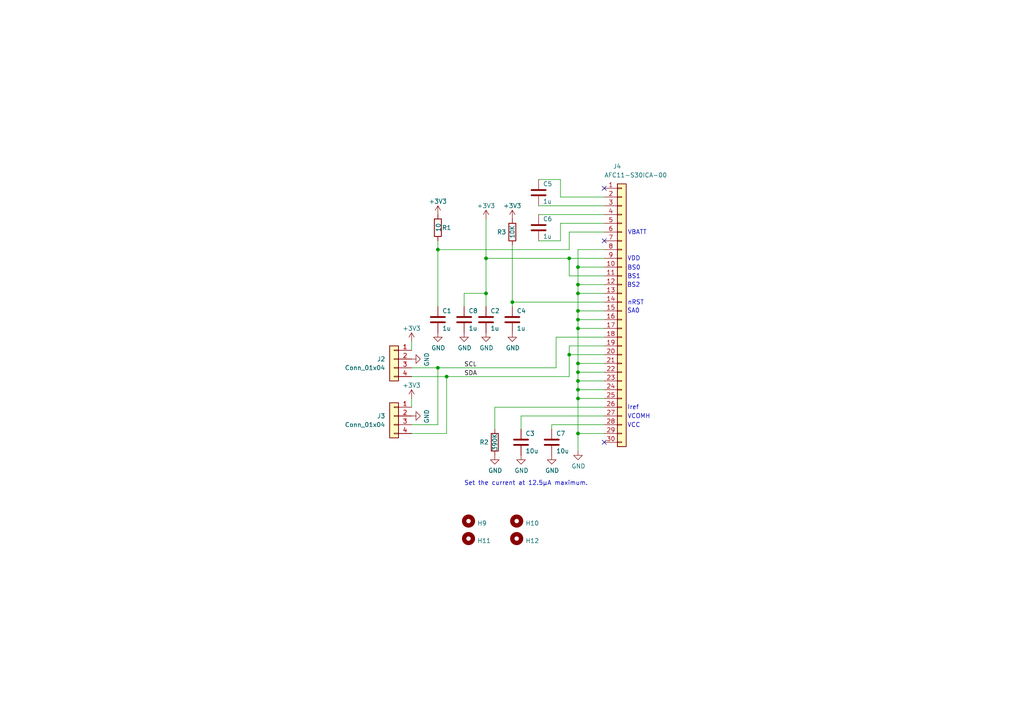
<source format=kicad_sch>
(kicad_sch
	(version 20231120)
	(generator "eeschema")
	(generator_version "8.0")
	(uuid "7bb261ae-2abe-4529-9e51-67d9cf0e8f0a")
	(paper "A4")
	(title_block
		(date "2021-04-05")
		(rev "#0")
		(comment 4 "AM/FM Player  Otto Tuil")
	)
	(lib_symbols
		(symbol "Connector_Generic:Conn_01x04"
			(pin_names
				(offset 1.016) hide)
			(exclude_from_sim no)
			(in_bom yes)
			(on_board yes)
			(property "Reference" "J"
				(at 0 5.08 0)
				(effects
					(font
						(size 1.27 1.27)
					)
				)
			)
			(property "Value" "Conn_01x04"
				(at 0 -7.62 0)
				(effects
					(font
						(size 1.27 1.27)
					)
				)
			)
			(property "Footprint" ""
				(at 0 0 0)
				(effects
					(font
						(size 1.27 1.27)
					)
					(hide yes)
				)
			)
			(property "Datasheet" "~"
				(at 0 0 0)
				(effects
					(font
						(size 1.27 1.27)
					)
					(hide yes)
				)
			)
			(property "Description" "Generic connector, single row, 01x04, script generated (kicad-library-utils/schlib/autogen/connector/)"
				(at 0 0 0)
				(effects
					(font
						(size 1.27 1.27)
					)
					(hide yes)
				)
			)
			(property "ki_keywords" "connector"
				(at 0 0 0)
				(effects
					(font
						(size 1.27 1.27)
					)
					(hide yes)
				)
			)
			(property "ki_fp_filters" "Connector*:*_1x??_*"
				(at 0 0 0)
				(effects
					(font
						(size 1.27 1.27)
					)
					(hide yes)
				)
			)
			(symbol "Conn_01x04_1_1"
				(rectangle
					(start -1.27 -4.953)
					(end 0 -5.207)
					(stroke
						(width 0.1524)
						(type default)
					)
					(fill
						(type none)
					)
				)
				(rectangle
					(start -1.27 -2.413)
					(end 0 -2.667)
					(stroke
						(width 0.1524)
						(type default)
					)
					(fill
						(type none)
					)
				)
				(rectangle
					(start -1.27 0.127)
					(end 0 -0.127)
					(stroke
						(width 0.1524)
						(type default)
					)
					(fill
						(type none)
					)
				)
				(rectangle
					(start -1.27 2.667)
					(end 0 2.413)
					(stroke
						(width 0.1524)
						(type default)
					)
					(fill
						(type none)
					)
				)
				(rectangle
					(start -1.27 3.81)
					(end 1.27 -6.35)
					(stroke
						(width 0.254)
						(type default)
					)
					(fill
						(type background)
					)
				)
				(pin passive line
					(at -5.08 2.54 0)
					(length 3.81)
					(name "Pin_1"
						(effects
							(font
								(size 1.27 1.27)
							)
						)
					)
					(number "1"
						(effects
							(font
								(size 1.27 1.27)
							)
						)
					)
				)
				(pin passive line
					(at -5.08 0 0)
					(length 3.81)
					(name "Pin_2"
						(effects
							(font
								(size 1.27 1.27)
							)
						)
					)
					(number "2"
						(effects
							(font
								(size 1.27 1.27)
							)
						)
					)
				)
				(pin passive line
					(at -5.08 -2.54 0)
					(length 3.81)
					(name "Pin_3"
						(effects
							(font
								(size 1.27 1.27)
							)
						)
					)
					(number "3"
						(effects
							(font
								(size 1.27 1.27)
							)
						)
					)
				)
				(pin passive line
					(at -5.08 -5.08 0)
					(length 3.81)
					(name "Pin_4"
						(effects
							(font
								(size 1.27 1.27)
							)
						)
					)
					(number "4"
						(effects
							(font
								(size 1.27 1.27)
							)
						)
					)
				)
			)
		)
		(symbol "Connector_Generic:Conn_01x30"
			(pin_names
				(offset 1.016) hide)
			(exclude_from_sim no)
			(in_bom yes)
			(on_board yes)
			(property "Reference" "J"
				(at 0 38.1 0)
				(effects
					(font
						(size 1.27 1.27)
					)
				)
			)
			(property "Value" "Conn_01x30"
				(at 0 -40.64 0)
				(effects
					(font
						(size 1.27 1.27)
					)
				)
			)
			(property "Footprint" ""
				(at 0 0 0)
				(effects
					(font
						(size 1.27 1.27)
					)
					(hide yes)
				)
			)
			(property "Datasheet" "~"
				(at 0 0 0)
				(effects
					(font
						(size 1.27 1.27)
					)
					(hide yes)
				)
			)
			(property "Description" "Generic connector, single row, 01x30, script generated (kicad-library-utils/schlib/autogen/connector/)"
				(at 0 0 0)
				(effects
					(font
						(size 1.27 1.27)
					)
					(hide yes)
				)
			)
			(property "ki_keywords" "connector"
				(at 0 0 0)
				(effects
					(font
						(size 1.27 1.27)
					)
					(hide yes)
				)
			)
			(property "ki_fp_filters" "Connector*:*_1x??_*"
				(at 0 0 0)
				(effects
					(font
						(size 1.27 1.27)
					)
					(hide yes)
				)
			)
			(symbol "Conn_01x30_1_1"
				(rectangle
					(start -1.27 -37.973)
					(end 0 -38.227)
					(stroke
						(width 0.1524)
						(type default)
					)
					(fill
						(type none)
					)
				)
				(rectangle
					(start -1.27 -35.433)
					(end 0 -35.687)
					(stroke
						(width 0.1524)
						(type default)
					)
					(fill
						(type none)
					)
				)
				(rectangle
					(start -1.27 -32.893)
					(end 0 -33.147)
					(stroke
						(width 0.1524)
						(type default)
					)
					(fill
						(type none)
					)
				)
				(rectangle
					(start -1.27 -30.353)
					(end 0 -30.607)
					(stroke
						(width 0.1524)
						(type default)
					)
					(fill
						(type none)
					)
				)
				(rectangle
					(start -1.27 -27.813)
					(end 0 -28.067)
					(stroke
						(width 0.1524)
						(type default)
					)
					(fill
						(type none)
					)
				)
				(rectangle
					(start -1.27 -25.273)
					(end 0 -25.527)
					(stroke
						(width 0.1524)
						(type default)
					)
					(fill
						(type none)
					)
				)
				(rectangle
					(start -1.27 -22.733)
					(end 0 -22.987)
					(stroke
						(width 0.1524)
						(type default)
					)
					(fill
						(type none)
					)
				)
				(rectangle
					(start -1.27 -20.193)
					(end 0 -20.447)
					(stroke
						(width 0.1524)
						(type default)
					)
					(fill
						(type none)
					)
				)
				(rectangle
					(start -1.27 -17.653)
					(end 0 -17.907)
					(stroke
						(width 0.1524)
						(type default)
					)
					(fill
						(type none)
					)
				)
				(rectangle
					(start -1.27 -15.113)
					(end 0 -15.367)
					(stroke
						(width 0.1524)
						(type default)
					)
					(fill
						(type none)
					)
				)
				(rectangle
					(start -1.27 -12.573)
					(end 0 -12.827)
					(stroke
						(width 0.1524)
						(type default)
					)
					(fill
						(type none)
					)
				)
				(rectangle
					(start -1.27 -10.033)
					(end 0 -10.287)
					(stroke
						(width 0.1524)
						(type default)
					)
					(fill
						(type none)
					)
				)
				(rectangle
					(start -1.27 -7.493)
					(end 0 -7.747)
					(stroke
						(width 0.1524)
						(type default)
					)
					(fill
						(type none)
					)
				)
				(rectangle
					(start -1.27 -4.953)
					(end 0 -5.207)
					(stroke
						(width 0.1524)
						(type default)
					)
					(fill
						(type none)
					)
				)
				(rectangle
					(start -1.27 -2.413)
					(end 0 -2.667)
					(stroke
						(width 0.1524)
						(type default)
					)
					(fill
						(type none)
					)
				)
				(rectangle
					(start -1.27 0.127)
					(end 0 -0.127)
					(stroke
						(width 0.1524)
						(type default)
					)
					(fill
						(type none)
					)
				)
				(rectangle
					(start -1.27 2.667)
					(end 0 2.413)
					(stroke
						(width 0.1524)
						(type default)
					)
					(fill
						(type none)
					)
				)
				(rectangle
					(start -1.27 5.207)
					(end 0 4.953)
					(stroke
						(width 0.1524)
						(type default)
					)
					(fill
						(type none)
					)
				)
				(rectangle
					(start -1.27 7.747)
					(end 0 7.493)
					(stroke
						(width 0.1524)
						(type default)
					)
					(fill
						(type none)
					)
				)
				(rectangle
					(start -1.27 10.287)
					(end 0 10.033)
					(stroke
						(width 0.1524)
						(type default)
					)
					(fill
						(type none)
					)
				)
				(rectangle
					(start -1.27 12.827)
					(end 0 12.573)
					(stroke
						(width 0.1524)
						(type default)
					)
					(fill
						(type none)
					)
				)
				(rectangle
					(start -1.27 15.367)
					(end 0 15.113)
					(stroke
						(width 0.1524)
						(type default)
					)
					(fill
						(type none)
					)
				)
				(rectangle
					(start -1.27 17.907)
					(end 0 17.653)
					(stroke
						(width 0.1524)
						(type default)
					)
					(fill
						(type none)
					)
				)
				(rectangle
					(start -1.27 20.447)
					(end 0 20.193)
					(stroke
						(width 0.1524)
						(type default)
					)
					(fill
						(type none)
					)
				)
				(rectangle
					(start -1.27 22.987)
					(end 0 22.733)
					(stroke
						(width 0.1524)
						(type default)
					)
					(fill
						(type none)
					)
				)
				(rectangle
					(start -1.27 25.527)
					(end 0 25.273)
					(stroke
						(width 0.1524)
						(type default)
					)
					(fill
						(type none)
					)
				)
				(rectangle
					(start -1.27 28.067)
					(end 0 27.813)
					(stroke
						(width 0.1524)
						(type default)
					)
					(fill
						(type none)
					)
				)
				(rectangle
					(start -1.27 30.607)
					(end 0 30.353)
					(stroke
						(width 0.1524)
						(type default)
					)
					(fill
						(type none)
					)
				)
				(rectangle
					(start -1.27 33.147)
					(end 0 32.893)
					(stroke
						(width 0.1524)
						(type default)
					)
					(fill
						(type none)
					)
				)
				(rectangle
					(start -1.27 35.687)
					(end 0 35.433)
					(stroke
						(width 0.1524)
						(type default)
					)
					(fill
						(type none)
					)
				)
				(rectangle
					(start -1.27 36.83)
					(end 1.27 -39.37)
					(stroke
						(width 0.254)
						(type default)
					)
					(fill
						(type background)
					)
				)
				(pin passive line
					(at -5.08 35.56 0)
					(length 3.81)
					(name "Pin_1"
						(effects
							(font
								(size 1.27 1.27)
							)
						)
					)
					(number "1"
						(effects
							(font
								(size 1.27 1.27)
							)
						)
					)
				)
				(pin passive line
					(at -5.08 12.7 0)
					(length 3.81)
					(name "Pin_10"
						(effects
							(font
								(size 1.27 1.27)
							)
						)
					)
					(number "10"
						(effects
							(font
								(size 1.27 1.27)
							)
						)
					)
				)
				(pin passive line
					(at -5.08 10.16 0)
					(length 3.81)
					(name "Pin_11"
						(effects
							(font
								(size 1.27 1.27)
							)
						)
					)
					(number "11"
						(effects
							(font
								(size 1.27 1.27)
							)
						)
					)
				)
				(pin passive line
					(at -5.08 7.62 0)
					(length 3.81)
					(name "Pin_12"
						(effects
							(font
								(size 1.27 1.27)
							)
						)
					)
					(number "12"
						(effects
							(font
								(size 1.27 1.27)
							)
						)
					)
				)
				(pin passive line
					(at -5.08 5.08 0)
					(length 3.81)
					(name "Pin_13"
						(effects
							(font
								(size 1.27 1.27)
							)
						)
					)
					(number "13"
						(effects
							(font
								(size 1.27 1.27)
							)
						)
					)
				)
				(pin passive line
					(at -5.08 2.54 0)
					(length 3.81)
					(name "Pin_14"
						(effects
							(font
								(size 1.27 1.27)
							)
						)
					)
					(number "14"
						(effects
							(font
								(size 1.27 1.27)
							)
						)
					)
				)
				(pin passive line
					(at -5.08 0 0)
					(length 3.81)
					(name "Pin_15"
						(effects
							(font
								(size 1.27 1.27)
							)
						)
					)
					(number "15"
						(effects
							(font
								(size 1.27 1.27)
							)
						)
					)
				)
				(pin passive line
					(at -5.08 -2.54 0)
					(length 3.81)
					(name "Pin_16"
						(effects
							(font
								(size 1.27 1.27)
							)
						)
					)
					(number "16"
						(effects
							(font
								(size 1.27 1.27)
							)
						)
					)
				)
				(pin passive line
					(at -5.08 -5.08 0)
					(length 3.81)
					(name "Pin_17"
						(effects
							(font
								(size 1.27 1.27)
							)
						)
					)
					(number "17"
						(effects
							(font
								(size 1.27 1.27)
							)
						)
					)
				)
				(pin passive line
					(at -5.08 -7.62 0)
					(length 3.81)
					(name "Pin_18"
						(effects
							(font
								(size 1.27 1.27)
							)
						)
					)
					(number "18"
						(effects
							(font
								(size 1.27 1.27)
							)
						)
					)
				)
				(pin passive line
					(at -5.08 -10.16 0)
					(length 3.81)
					(name "Pin_19"
						(effects
							(font
								(size 1.27 1.27)
							)
						)
					)
					(number "19"
						(effects
							(font
								(size 1.27 1.27)
							)
						)
					)
				)
				(pin passive line
					(at -5.08 33.02 0)
					(length 3.81)
					(name "Pin_2"
						(effects
							(font
								(size 1.27 1.27)
							)
						)
					)
					(number "2"
						(effects
							(font
								(size 1.27 1.27)
							)
						)
					)
				)
				(pin passive line
					(at -5.08 -12.7 0)
					(length 3.81)
					(name "Pin_20"
						(effects
							(font
								(size 1.27 1.27)
							)
						)
					)
					(number "20"
						(effects
							(font
								(size 1.27 1.27)
							)
						)
					)
				)
				(pin passive line
					(at -5.08 -15.24 0)
					(length 3.81)
					(name "Pin_21"
						(effects
							(font
								(size 1.27 1.27)
							)
						)
					)
					(number "21"
						(effects
							(font
								(size 1.27 1.27)
							)
						)
					)
				)
				(pin passive line
					(at -5.08 -17.78 0)
					(length 3.81)
					(name "Pin_22"
						(effects
							(font
								(size 1.27 1.27)
							)
						)
					)
					(number "22"
						(effects
							(font
								(size 1.27 1.27)
							)
						)
					)
				)
				(pin passive line
					(at -5.08 -20.32 0)
					(length 3.81)
					(name "Pin_23"
						(effects
							(font
								(size 1.27 1.27)
							)
						)
					)
					(number "23"
						(effects
							(font
								(size 1.27 1.27)
							)
						)
					)
				)
				(pin passive line
					(at -5.08 -22.86 0)
					(length 3.81)
					(name "Pin_24"
						(effects
							(font
								(size 1.27 1.27)
							)
						)
					)
					(number "24"
						(effects
							(font
								(size 1.27 1.27)
							)
						)
					)
				)
				(pin passive line
					(at -5.08 -25.4 0)
					(length 3.81)
					(name "Pin_25"
						(effects
							(font
								(size 1.27 1.27)
							)
						)
					)
					(number "25"
						(effects
							(font
								(size 1.27 1.27)
							)
						)
					)
				)
				(pin passive line
					(at -5.08 -27.94 0)
					(length 3.81)
					(name "Pin_26"
						(effects
							(font
								(size 1.27 1.27)
							)
						)
					)
					(number "26"
						(effects
							(font
								(size 1.27 1.27)
							)
						)
					)
				)
				(pin passive line
					(at -5.08 -30.48 0)
					(length 3.81)
					(name "Pin_27"
						(effects
							(font
								(size 1.27 1.27)
							)
						)
					)
					(number "27"
						(effects
							(font
								(size 1.27 1.27)
							)
						)
					)
				)
				(pin passive line
					(at -5.08 -33.02 0)
					(length 3.81)
					(name "Pin_28"
						(effects
							(font
								(size 1.27 1.27)
							)
						)
					)
					(number "28"
						(effects
							(font
								(size 1.27 1.27)
							)
						)
					)
				)
				(pin passive line
					(at -5.08 -35.56 0)
					(length 3.81)
					(name "Pin_29"
						(effects
							(font
								(size 1.27 1.27)
							)
						)
					)
					(number "29"
						(effects
							(font
								(size 1.27 1.27)
							)
						)
					)
				)
				(pin passive line
					(at -5.08 30.48 0)
					(length 3.81)
					(name "Pin_3"
						(effects
							(font
								(size 1.27 1.27)
							)
						)
					)
					(number "3"
						(effects
							(font
								(size 1.27 1.27)
							)
						)
					)
				)
				(pin passive line
					(at -5.08 -38.1 0)
					(length 3.81)
					(name "Pin_30"
						(effects
							(font
								(size 1.27 1.27)
							)
						)
					)
					(number "30"
						(effects
							(font
								(size 1.27 1.27)
							)
						)
					)
				)
				(pin passive line
					(at -5.08 27.94 0)
					(length 3.81)
					(name "Pin_4"
						(effects
							(font
								(size 1.27 1.27)
							)
						)
					)
					(number "4"
						(effects
							(font
								(size 1.27 1.27)
							)
						)
					)
				)
				(pin passive line
					(at -5.08 25.4 0)
					(length 3.81)
					(name "Pin_5"
						(effects
							(font
								(size 1.27 1.27)
							)
						)
					)
					(number "5"
						(effects
							(font
								(size 1.27 1.27)
							)
						)
					)
				)
				(pin passive line
					(at -5.08 22.86 0)
					(length 3.81)
					(name "Pin_6"
						(effects
							(font
								(size 1.27 1.27)
							)
						)
					)
					(number "6"
						(effects
							(font
								(size 1.27 1.27)
							)
						)
					)
				)
				(pin passive line
					(at -5.08 20.32 0)
					(length 3.81)
					(name "Pin_7"
						(effects
							(font
								(size 1.27 1.27)
							)
						)
					)
					(number "7"
						(effects
							(font
								(size 1.27 1.27)
							)
						)
					)
				)
				(pin passive line
					(at -5.08 17.78 0)
					(length 3.81)
					(name "Pin_8"
						(effects
							(font
								(size 1.27 1.27)
							)
						)
					)
					(number "8"
						(effects
							(font
								(size 1.27 1.27)
							)
						)
					)
				)
				(pin passive line
					(at -5.08 15.24 0)
					(length 3.81)
					(name "Pin_9"
						(effects
							(font
								(size 1.27 1.27)
							)
						)
					)
					(number "9"
						(effects
							(font
								(size 1.27 1.27)
							)
						)
					)
				)
			)
		)
		(symbol "Device:C"
			(pin_numbers hide)
			(pin_names
				(offset 0.254)
			)
			(exclude_from_sim no)
			(in_bom yes)
			(on_board yes)
			(property "Reference" "C"
				(at 0.635 2.54 0)
				(effects
					(font
						(size 1.27 1.27)
					)
					(justify left)
				)
			)
			(property "Value" "C"
				(at 0.635 -2.54 0)
				(effects
					(font
						(size 1.27 1.27)
					)
					(justify left)
				)
			)
			(property "Footprint" ""
				(at 0.9652 -3.81 0)
				(effects
					(font
						(size 1.27 1.27)
					)
					(hide yes)
				)
			)
			(property "Datasheet" "~"
				(at 0 0 0)
				(effects
					(font
						(size 1.27 1.27)
					)
					(hide yes)
				)
			)
			(property "Description" "Unpolarized capacitor"
				(at 0 0 0)
				(effects
					(font
						(size 1.27 1.27)
					)
					(hide yes)
				)
			)
			(property "ki_keywords" "cap capacitor"
				(at 0 0 0)
				(effects
					(font
						(size 1.27 1.27)
					)
					(hide yes)
				)
			)
			(property "ki_fp_filters" "C_*"
				(at 0 0 0)
				(effects
					(font
						(size 1.27 1.27)
					)
					(hide yes)
				)
			)
			(symbol "C_0_1"
				(polyline
					(pts
						(xy -2.032 -0.762) (xy 2.032 -0.762)
					)
					(stroke
						(width 0.508)
						(type default)
					)
					(fill
						(type none)
					)
				)
				(polyline
					(pts
						(xy -2.032 0.762) (xy 2.032 0.762)
					)
					(stroke
						(width 0.508)
						(type default)
					)
					(fill
						(type none)
					)
				)
			)
			(symbol "C_1_1"
				(pin passive line
					(at 0 3.81 270)
					(length 2.794)
					(name "~"
						(effects
							(font
								(size 1.27 1.27)
							)
						)
					)
					(number "1"
						(effects
							(font
								(size 1.27 1.27)
							)
						)
					)
				)
				(pin passive line
					(at 0 -3.81 90)
					(length 2.794)
					(name "~"
						(effects
							(font
								(size 1.27 1.27)
							)
						)
					)
					(number "2"
						(effects
							(font
								(size 1.27 1.27)
							)
						)
					)
				)
			)
		)
		(symbol "Device:R"
			(pin_numbers hide)
			(pin_names
				(offset 0)
			)
			(exclude_from_sim no)
			(in_bom yes)
			(on_board yes)
			(property "Reference" "R"
				(at 2.032 0 90)
				(effects
					(font
						(size 1.27 1.27)
					)
				)
			)
			(property "Value" "R"
				(at 0 0 90)
				(effects
					(font
						(size 1.27 1.27)
					)
				)
			)
			(property "Footprint" ""
				(at -1.778 0 90)
				(effects
					(font
						(size 1.27 1.27)
					)
					(hide yes)
				)
			)
			(property "Datasheet" "~"
				(at 0 0 0)
				(effects
					(font
						(size 1.27 1.27)
					)
					(hide yes)
				)
			)
			(property "Description" "Resistor"
				(at 0 0 0)
				(effects
					(font
						(size 1.27 1.27)
					)
					(hide yes)
				)
			)
			(property "ki_keywords" "R res resistor"
				(at 0 0 0)
				(effects
					(font
						(size 1.27 1.27)
					)
					(hide yes)
				)
			)
			(property "ki_fp_filters" "R_*"
				(at 0 0 0)
				(effects
					(font
						(size 1.27 1.27)
					)
					(hide yes)
				)
			)
			(symbol "R_0_1"
				(rectangle
					(start -1.016 -2.54)
					(end 1.016 2.54)
					(stroke
						(width 0.254)
						(type default)
					)
					(fill
						(type none)
					)
				)
			)
			(symbol "R_1_1"
				(pin passive line
					(at 0 3.81 270)
					(length 1.27)
					(name "~"
						(effects
							(font
								(size 1.27 1.27)
							)
						)
					)
					(number "1"
						(effects
							(font
								(size 1.27 1.27)
							)
						)
					)
				)
				(pin passive line
					(at 0 -3.81 90)
					(length 1.27)
					(name "~"
						(effects
							(font
								(size 1.27 1.27)
							)
						)
					)
					(number "2"
						(effects
							(font
								(size 1.27 1.27)
							)
						)
					)
				)
			)
		)
		(symbol "Mechanical:MountingHole"
			(pin_names
				(offset 1.016)
			)
			(exclude_from_sim no)
			(in_bom yes)
			(on_board yes)
			(property "Reference" "H"
				(at 0 5.08 0)
				(effects
					(font
						(size 1.27 1.27)
					)
				)
			)
			(property "Value" "MountingHole"
				(at 0 3.175 0)
				(effects
					(font
						(size 1.27 1.27)
					)
				)
			)
			(property "Footprint" ""
				(at 0 0 0)
				(effects
					(font
						(size 1.27 1.27)
					)
					(hide yes)
				)
			)
			(property "Datasheet" "~"
				(at 0 0 0)
				(effects
					(font
						(size 1.27 1.27)
					)
					(hide yes)
				)
			)
			(property "Description" "Mounting Hole without connection"
				(at 0 0 0)
				(effects
					(font
						(size 1.27 1.27)
					)
					(hide yes)
				)
			)
			(property "ki_keywords" "mounting hole"
				(at 0 0 0)
				(effects
					(font
						(size 1.27 1.27)
					)
					(hide yes)
				)
			)
			(property "ki_fp_filters" "MountingHole*"
				(at 0 0 0)
				(effects
					(font
						(size 1.27 1.27)
					)
					(hide yes)
				)
			)
			(symbol "MountingHole_0_1"
				(circle
					(center 0 0)
					(radius 1.27)
					(stroke
						(width 1.27)
						(type default)
					)
					(fill
						(type none)
					)
				)
			)
		)
		(symbol "power:+3V3"
			(power)
			(pin_names
				(offset 0)
			)
			(exclude_from_sim no)
			(in_bom yes)
			(on_board yes)
			(property "Reference" "#PWR"
				(at 0 -3.81 0)
				(effects
					(font
						(size 1.27 1.27)
					)
					(hide yes)
				)
			)
			(property "Value" "+3V3"
				(at 0 3.556 0)
				(effects
					(font
						(size 1.27 1.27)
					)
				)
			)
			(property "Footprint" ""
				(at 0 0 0)
				(effects
					(font
						(size 1.27 1.27)
					)
					(hide yes)
				)
			)
			(property "Datasheet" ""
				(at 0 0 0)
				(effects
					(font
						(size 1.27 1.27)
					)
					(hide yes)
				)
			)
			(property "Description" "Power symbol creates a global label with name \"+3V3\""
				(at 0 0 0)
				(effects
					(font
						(size 1.27 1.27)
					)
					(hide yes)
				)
			)
			(property "ki_keywords" "global power"
				(at 0 0 0)
				(effects
					(font
						(size 1.27 1.27)
					)
					(hide yes)
				)
			)
			(symbol "+3V3_0_1"
				(polyline
					(pts
						(xy -0.762 1.27) (xy 0 2.54)
					)
					(stroke
						(width 0)
						(type default)
					)
					(fill
						(type none)
					)
				)
				(polyline
					(pts
						(xy 0 0) (xy 0 2.54)
					)
					(stroke
						(width 0)
						(type default)
					)
					(fill
						(type none)
					)
				)
				(polyline
					(pts
						(xy 0 2.54) (xy 0.762 1.27)
					)
					(stroke
						(width 0)
						(type default)
					)
					(fill
						(type none)
					)
				)
			)
			(symbol "+3V3_1_1"
				(pin power_in line
					(at 0 0 90)
					(length 0) hide
					(name "+3V3"
						(effects
							(font
								(size 1.27 1.27)
							)
						)
					)
					(number "1"
						(effects
							(font
								(size 1.27 1.27)
							)
						)
					)
				)
			)
		)
		(symbol "power:GND"
			(power)
			(pin_names
				(offset 0)
			)
			(exclude_from_sim no)
			(in_bom yes)
			(on_board yes)
			(property "Reference" "#PWR"
				(at 0 -6.35 0)
				(effects
					(font
						(size 1.27 1.27)
					)
					(hide yes)
				)
			)
			(property "Value" "GND"
				(at 0 -3.81 0)
				(effects
					(font
						(size 1.27 1.27)
					)
				)
			)
			(property "Footprint" ""
				(at 0 0 0)
				(effects
					(font
						(size 1.27 1.27)
					)
					(hide yes)
				)
			)
			(property "Datasheet" ""
				(at 0 0 0)
				(effects
					(font
						(size 1.27 1.27)
					)
					(hide yes)
				)
			)
			(property "Description" "Power symbol creates a global label with name \"GND\" , ground"
				(at 0 0 0)
				(effects
					(font
						(size 1.27 1.27)
					)
					(hide yes)
				)
			)
			(property "ki_keywords" "global power"
				(at 0 0 0)
				(effects
					(font
						(size 1.27 1.27)
					)
					(hide yes)
				)
			)
			(symbol "GND_0_1"
				(polyline
					(pts
						(xy 0 0) (xy 0 -1.27) (xy 1.27 -1.27) (xy 0 -2.54) (xy -1.27 -1.27) (xy 0 -1.27)
					)
					(stroke
						(width 0)
						(type default)
					)
					(fill
						(type none)
					)
				)
			)
			(symbol "GND_1_1"
				(pin power_in line
					(at 0 0 270)
					(length 0) hide
					(name "GND"
						(effects
							(font
								(size 1.27 1.27)
							)
						)
					)
					(number "1"
						(effects
							(font
								(size 1.27 1.27)
							)
						)
					)
				)
			)
		)
	)
	(junction
		(at 129.54 109.22)
		(diameter 0)
		(color 0 0 0 0)
		(uuid "007d2617-bd27-47fa-8552-b99de263d60c")
	)
	(junction
		(at 127 106.68)
		(diameter 0)
		(color 0 0 0 0)
		(uuid "0ba1176b-6f92-406a-9bc4-b7108e545ed6")
	)
	(junction
		(at 140.97 85.09)
		(diameter 0)
		(color 0 0 0 0)
		(uuid "16cce8c0-634b-4165-86af-8daaa09bbb0b")
	)
	(junction
		(at 167.64 90.17)
		(diameter 0)
		(color 0 0 0 0)
		(uuid "5c435430-9cde-4c9d-a7f2-03ef620ca17f")
	)
	(junction
		(at 167.64 82.55)
		(diameter 0)
		(color 0 0 0 0)
		(uuid "61bbe561-11ec-40e4-a9eb-4222eabca67d")
	)
	(junction
		(at 165.1 74.93)
		(diameter 0)
		(color 0 0 0 0)
		(uuid "6678d16e-2a16-4f43-a29a-e951fe8fc038")
	)
	(junction
		(at 140.97 74.93)
		(diameter 0)
		(color 0 0 0 0)
		(uuid "67e56574-648c-4ee4-b385-373e2033c912")
	)
	(junction
		(at 167.64 92.71)
		(diameter 0)
		(color 0 0 0 0)
		(uuid "748b321c-553e-4bd9-bc4b-0ff657bc62af")
	)
	(junction
		(at 167.64 85.09)
		(diameter 0)
		(color 0 0 0 0)
		(uuid "7dfd7349-55a3-404f-940c-61a00682512d")
	)
	(junction
		(at 165.1 102.87)
		(diameter 0)
		(color 0 0 0 0)
		(uuid "b2d23c80-c0c4-458d-b409-1c29c6d72345")
	)
	(junction
		(at 127 72.39)
		(diameter 0)
		(color 0 0 0 0)
		(uuid "bf623260-09dc-4fc3-91ec-52f0fea7cbd9")
	)
	(junction
		(at 148.59 87.63)
		(diameter 0)
		(color 0 0 0 0)
		(uuid "bf9291da-2cf8-4926-ad67-98560f7ed769")
	)
	(junction
		(at 167.64 115.57)
		(diameter 0)
		(color 0 0 0 0)
		(uuid "bfb71ccd-36a0-401a-8887-2245a2475b10")
	)
	(junction
		(at 167.64 125.73)
		(diameter 0)
		(color 0 0 0 0)
		(uuid "c3245a93-12e7-4edc-9db0-c7057bc45521")
	)
	(junction
		(at 167.64 113.03)
		(diameter 0)
		(color 0 0 0 0)
		(uuid "c567dd4a-035f-4f43-b724-fd20b68c64d2")
	)
	(junction
		(at 167.64 107.95)
		(diameter 0)
		(color 0 0 0 0)
		(uuid "c5a8e400-b053-422d-8594-1f16865494f9")
	)
	(junction
		(at 167.64 95.25)
		(diameter 0)
		(color 0 0 0 0)
		(uuid "c782f956-f03e-46d8-9a47-88a0c37ec9d4")
	)
	(junction
		(at 167.64 110.49)
		(diameter 0)
		(color 0 0 0 0)
		(uuid "d097a18f-a2a6-4805-9442-741ca2265717")
	)
	(junction
		(at 167.64 105.41)
		(diameter 0)
		(color 0 0 0 0)
		(uuid "dc00fbda-9603-4d40-bfa2-620cd17fe6e9")
	)
	(junction
		(at 167.64 77.47)
		(diameter 0)
		(color 0 0 0 0)
		(uuid "e8642d02-7ece-4f4b-b86e-70e21ebe7521")
	)
	(no_connect
		(at 175.26 128.27)
		(uuid "68496426-adb6-4305-8257-b64cab7425be")
	)
	(no_connect
		(at 175.26 69.85)
		(uuid "b66d3a16-31ab-4679-9890-3f46dc6ffe7d")
	)
	(no_connect
		(at 175.26 54.61)
		(uuid "e5d0e5ea-abf4-4190-aef6-c322cb2c50b7")
	)
	(wire
		(pts
			(xy 167.64 72.39) (xy 167.64 77.47)
		)
		(stroke
			(width 0)
			(type default)
		)
		(uuid "0096e233-9480-40da-8715-531eb010b6a4")
	)
	(wire
		(pts
			(xy 167.64 110.49) (xy 175.26 110.49)
		)
		(stroke
			(width 0)
			(type default)
		)
		(uuid "015ed188-fe53-4023-8ea1-13f600015a27")
	)
	(wire
		(pts
			(xy 167.64 110.49) (xy 167.64 113.03)
		)
		(stroke
			(width 0)
			(type default)
		)
		(uuid "0a631ce2-4127-4a78-a47e-8e48c20c4516")
	)
	(wire
		(pts
			(xy 119.38 115.57) (xy 119.38 118.11)
		)
		(stroke
			(width 0)
			(type default)
		)
		(uuid "0b44c4fa-a872-4e37-aab5-1e0867abd8aa")
	)
	(wire
		(pts
			(xy 140.97 85.09) (xy 140.97 88.9)
		)
		(stroke
			(width 0)
			(type default)
		)
		(uuid "0d3d68be-ad69-48e7-8db5-e79f39698e13")
	)
	(wire
		(pts
			(xy 165.1 74.93) (xy 175.26 74.93)
		)
		(stroke
			(width 0)
			(type default)
		)
		(uuid "0e574074-1890-4678-90d5-5bf6001cfe9a")
	)
	(wire
		(pts
			(xy 167.64 105.41) (xy 175.26 105.41)
		)
		(stroke
			(width 0)
			(type default)
		)
		(uuid "0f44fef6-a26f-481e-a02d-456dbb7a6609")
	)
	(wire
		(pts
			(xy 165.1 72.39) (xy 127 72.39)
		)
		(stroke
			(width 0)
			(type default)
		)
		(uuid "0f6083fe-7f2a-4241-960c-3ad00de1b0b5")
	)
	(wire
		(pts
			(xy 165.1 74.93) (xy 140.97 74.93)
		)
		(stroke
			(width 0)
			(type default)
		)
		(uuid "13252b71-d011-4902-8682-8c728a35c2c6")
	)
	(wire
		(pts
			(xy 162.56 64.77) (xy 175.26 64.77)
		)
		(stroke
			(width 0)
			(type default)
		)
		(uuid "1450a36b-3a55-4a65-9600-09655438de0c")
	)
	(wire
		(pts
			(xy 127 69.85) (xy 127 72.39)
		)
		(stroke
			(width 0)
			(type default)
		)
		(uuid "150aca52-4a93-4817-9cdd-33e50bdcd9c0")
	)
	(wire
		(pts
			(xy 162.56 57.15) (xy 162.56 52.07)
		)
		(stroke
			(width 0)
			(type default)
		)
		(uuid "1996a905-56d8-4ab8-848f-ebcfc26cf859")
	)
	(wire
		(pts
			(xy 119.38 123.19) (xy 127 123.19)
		)
		(stroke
			(width 0)
			(type default)
		)
		(uuid "20f2aabd-8e8c-450d-a260-cbe781690f8f")
	)
	(wire
		(pts
			(xy 167.64 85.09) (xy 175.26 85.09)
		)
		(stroke
			(width 0)
			(type default)
		)
		(uuid "24f1dbca-b466-4b34-8f81-362cc4cb107e")
	)
	(wire
		(pts
			(xy 119.38 106.68) (xy 127 106.68)
		)
		(stroke
			(width 0)
			(type default)
		)
		(uuid "26638a3b-5965-4e40-a5aa-375e85e9afd9")
	)
	(wire
		(pts
			(xy 167.64 85.09) (xy 167.64 82.55)
		)
		(stroke
			(width 0)
			(type default)
		)
		(uuid "266a06ad-16af-4ac7-a8d8-aa2ee6f05c1f")
	)
	(wire
		(pts
			(xy 167.64 105.41) (xy 167.64 95.25)
		)
		(stroke
			(width 0)
			(type default)
		)
		(uuid "2b83f06a-de9e-4991-a05d-0ccff6265e65")
	)
	(wire
		(pts
			(xy 167.64 92.71) (xy 175.26 92.71)
		)
		(stroke
			(width 0)
			(type default)
		)
		(uuid "30171722-4680-4690-a513-97d132627448")
	)
	(wire
		(pts
			(xy 167.64 107.95) (xy 167.64 110.49)
		)
		(stroke
			(width 0)
			(type default)
		)
		(uuid "318d66a5-4dde-4cdd-9e77-7ca67ff05fd6")
	)
	(wire
		(pts
			(xy 148.59 87.63) (xy 175.26 87.63)
		)
		(stroke
			(width 0)
			(type default)
		)
		(uuid "31f452c7-b0af-4247-9a0d-00ff988240cd")
	)
	(wire
		(pts
			(xy 167.64 130.81) (xy 167.64 125.73)
		)
		(stroke
			(width 0)
			(type default)
		)
		(uuid "32b2206a-cbaf-4e59-8d92-90b1ad0ea0f8")
	)
	(wire
		(pts
			(xy 161.29 106.68) (xy 161.29 97.79)
		)
		(stroke
			(width 0)
			(type default)
		)
		(uuid "33bbf261-aad9-405a-864b-9236fa4111d3")
	)
	(wire
		(pts
			(xy 165.1 67.31) (xy 165.1 72.39)
		)
		(stroke
			(width 0)
			(type default)
		)
		(uuid "3507edfb-ffc1-43da-ab62-0e17f01c2a65")
	)
	(wire
		(pts
			(xy 129.54 125.73) (xy 129.54 109.22)
		)
		(stroke
			(width 0)
			(type default)
		)
		(uuid "3f60278b-b7d6-4818-8c53-3ff2ac39cb95")
	)
	(wire
		(pts
			(xy 151.13 120.65) (xy 151.13 124.46)
		)
		(stroke
			(width 0)
			(type default)
		)
		(uuid "42ac55a2-01eb-453b-b916-07aa59e52c01")
	)
	(wire
		(pts
			(xy 140.97 63.5) (xy 140.97 74.93)
		)
		(stroke
			(width 0)
			(type default)
		)
		(uuid "43fcc415-abdb-45e3-b154-de74bf0b2c4f")
	)
	(wire
		(pts
			(xy 119.38 99.06) (xy 119.38 101.6)
		)
		(stroke
			(width 0)
			(type default)
		)
		(uuid "4cfe0963-7725-4a02-a756-a2df075cfcc5")
	)
	(wire
		(pts
			(xy 134.62 85.09) (xy 140.97 85.09)
		)
		(stroke
			(width 0)
			(type default)
		)
		(uuid "52cb6d9e-85d7-48d7-941a-ece8a7d341b7")
	)
	(wire
		(pts
			(xy 165.1 80.01) (xy 175.26 80.01)
		)
		(stroke
			(width 0)
			(type default)
		)
		(uuid "54ba8620-9a0c-4f95-92a2-7aed9d605cbd")
	)
	(wire
		(pts
			(xy 167.64 95.25) (xy 175.26 95.25)
		)
		(stroke
			(width 0)
			(type default)
		)
		(uuid "57ebf6de-b603-47b4-aac8-93e0ebad42fc")
	)
	(wire
		(pts
			(xy 167.64 107.95) (xy 175.26 107.95)
		)
		(stroke
			(width 0)
			(type default)
		)
		(uuid "5fc2564c-cc8f-4880-8fbc-af2ade36938a")
	)
	(wire
		(pts
			(xy 140.97 74.93) (xy 140.97 85.09)
		)
		(stroke
			(width 0)
			(type default)
		)
		(uuid "715f1b92-63a7-4dd5-bcf0-60635f364dfe")
	)
	(wire
		(pts
			(xy 127 123.19) (xy 127 106.68)
		)
		(stroke
			(width 0)
			(type default)
		)
		(uuid "7344b86b-2822-4fcc-94d3-94a2b4396f6b")
	)
	(wire
		(pts
			(xy 134.62 88.9) (xy 134.62 85.09)
		)
		(stroke
			(width 0)
			(type default)
		)
		(uuid "74a48ef3-5b55-4451-97ef-c3868480f60e")
	)
	(wire
		(pts
			(xy 162.56 64.77) (xy 162.56 69.85)
		)
		(stroke
			(width 0)
			(type default)
		)
		(uuid "765d1363-4718-4f35-8d20-bbe79a14ae05")
	)
	(wire
		(pts
			(xy 167.64 113.03) (xy 175.26 113.03)
		)
		(stroke
			(width 0)
			(type default)
		)
		(uuid "778d4e2a-5a50-4974-a33f-f744f4abb545")
	)
	(wire
		(pts
			(xy 165.1 109.22) (xy 165.1 102.87)
		)
		(stroke
			(width 0)
			(type default)
		)
		(uuid "7add0fb0-3148-471e-8d52-93b76f42e450")
	)
	(wire
		(pts
			(xy 148.59 88.9) (xy 148.59 87.63)
		)
		(stroke
			(width 0)
			(type default)
		)
		(uuid "80370ee1-e2c8-4a7a-a22e-50f148f06946")
	)
	(wire
		(pts
			(xy 167.64 125.73) (xy 175.26 125.73)
		)
		(stroke
			(width 0)
			(type default)
		)
		(uuid "8100a86c-139a-4df8-b799-a4ee71adf525")
	)
	(wire
		(pts
			(xy 167.64 105.41) (xy 167.64 107.95)
		)
		(stroke
			(width 0)
			(type default)
		)
		(uuid "83cc9ae9-30ca-4f16-87df-6f3518d914ec")
	)
	(wire
		(pts
			(xy 160.02 123.19) (xy 175.26 123.19)
		)
		(stroke
			(width 0)
			(type default)
		)
		(uuid "8b73c793-4680-4af6-9e35-bd077c461beb")
	)
	(wire
		(pts
			(xy 148.59 71.12) (xy 148.59 87.63)
		)
		(stroke
			(width 0)
			(type default)
		)
		(uuid "8cb8f0f8-dcb9-41c4-924a-e24d963db759")
	)
	(wire
		(pts
			(xy 167.64 92.71) (xy 167.64 90.17)
		)
		(stroke
			(width 0)
			(type default)
		)
		(uuid "942d8b65-5814-4e4c-9944-67de2791c9f5")
	)
	(wire
		(pts
			(xy 127 106.68) (xy 161.29 106.68)
		)
		(stroke
			(width 0)
			(type default)
		)
		(uuid "9d40b896-cee4-43cb-9391-d50f440696cc")
	)
	(wire
		(pts
			(xy 161.29 97.79) (xy 175.26 97.79)
		)
		(stroke
			(width 0)
			(type default)
		)
		(uuid "a000adf7-d232-415d-b11f-8d8806c947b1")
	)
	(wire
		(pts
			(xy 167.64 113.03) (xy 167.64 115.57)
		)
		(stroke
			(width 0)
			(type default)
		)
		(uuid "a5898900-ed91-49d3-9ff2-cf7f9f17080b")
	)
	(wire
		(pts
			(xy 165.1 80.01) (xy 165.1 74.93)
		)
		(stroke
			(width 0)
			(type default)
		)
		(uuid "a6df299a-e97a-4561-83f8-adb342e08c84")
	)
	(wire
		(pts
			(xy 165.1 100.33) (xy 175.26 100.33)
		)
		(stroke
			(width 0)
			(type default)
		)
		(uuid "a82fd448-9aca-4aee-ac48-755dad5bcbb4")
	)
	(wire
		(pts
			(xy 129.54 109.22) (xy 165.1 109.22)
		)
		(stroke
			(width 0)
			(type default)
		)
		(uuid "a8696c44-ed95-4a24-bc35-5d46a32c7e66")
	)
	(wire
		(pts
			(xy 167.64 90.17) (xy 167.64 85.09)
		)
		(stroke
			(width 0)
			(type default)
		)
		(uuid "a984b14c-7925-4ac4-8f08-0a422c744587")
	)
	(wire
		(pts
			(xy 167.64 82.55) (xy 175.26 82.55)
		)
		(stroke
			(width 0)
			(type default)
		)
		(uuid "aaf5dd77-c1bd-46d5-b89b-9cbdef3bd242")
	)
	(wire
		(pts
			(xy 167.64 95.25) (xy 167.64 92.71)
		)
		(stroke
			(width 0)
			(type default)
		)
		(uuid "b7607aa6-6e29-46f6-893b-ce66708c6013")
	)
	(wire
		(pts
			(xy 167.64 77.47) (xy 175.26 77.47)
		)
		(stroke
			(width 0)
			(type default)
		)
		(uuid "c1d3d404-ef26-4f6c-9f30-70c50c4fd356")
	)
	(wire
		(pts
			(xy 156.21 62.23) (xy 175.26 62.23)
		)
		(stroke
			(width 0)
			(type default)
		)
		(uuid "c1db4cdc-146c-48d0-a446-e3d27f62a78d")
	)
	(wire
		(pts
			(xy 165.1 67.31) (xy 175.26 67.31)
		)
		(stroke
			(width 0)
			(type default)
		)
		(uuid "c1f9f365-6be7-46f1-8bfa-8bff8dbcb930")
	)
	(wire
		(pts
			(xy 143.51 118.11) (xy 143.51 124.46)
		)
		(stroke
			(width 0)
			(type default)
		)
		(uuid "c2275e9e-cad8-4005-bd21-b34cb89809d1")
	)
	(wire
		(pts
			(xy 162.56 52.07) (xy 156.21 52.07)
		)
		(stroke
			(width 0)
			(type default)
		)
		(uuid "c6409d9e-d022-430f-b38a-4975d77a913d")
	)
	(wire
		(pts
			(xy 162.56 69.85) (xy 156.21 69.85)
		)
		(stroke
			(width 0)
			(type default)
		)
		(uuid "c65c35b8-39f1-4322-b3bf-185778fbdca0")
	)
	(wire
		(pts
			(xy 143.51 118.11) (xy 175.26 118.11)
		)
		(stroke
			(width 0)
			(type default)
		)
		(uuid "c72c7ae7-5d6f-4785-bf13-9b4831376a36")
	)
	(wire
		(pts
			(xy 167.64 90.17) (xy 175.26 90.17)
		)
		(stroke
			(width 0)
			(type default)
		)
		(uuid "c8926baf-518a-49c4-801f-344342d035a2")
	)
	(wire
		(pts
			(xy 160.02 123.19) (xy 160.02 124.46)
		)
		(stroke
			(width 0)
			(type default)
		)
		(uuid "cbd4c1ee-4f50-4f3f-9c3b-f59fea4c00ee")
	)
	(wire
		(pts
			(xy 119.38 109.22) (xy 129.54 109.22)
		)
		(stroke
			(width 0)
			(type default)
		)
		(uuid "cc4f4ca7-364d-4dbd-98a3-f8bc92903ca0")
	)
	(wire
		(pts
			(xy 167.64 82.55) (xy 167.64 77.47)
		)
		(stroke
			(width 0)
			(type default)
		)
		(uuid "cca86477-48e2-404c-b613-86da572a5237")
	)
	(wire
		(pts
			(xy 151.13 120.65) (xy 175.26 120.65)
		)
		(stroke
			(width 0)
			(type default)
		)
		(uuid "d01d5e90-06bb-4966-9978-5fd8c346fceb")
	)
	(wire
		(pts
			(xy 167.64 72.39) (xy 175.26 72.39)
		)
		(stroke
			(width 0)
			(type default)
		)
		(uuid "d5548cac-92b9-4296-9640-08eeec636c6c")
	)
	(wire
		(pts
			(xy 127 72.39) (xy 127 88.9)
		)
		(stroke
			(width 0)
			(type default)
		)
		(uuid "deb08af6-0822-41a4-b988-cfda037cd1f9")
	)
	(wire
		(pts
			(xy 156.21 59.69) (xy 175.26 59.69)
		)
		(stroke
			(width 0)
			(type default)
		)
		(uuid "e390229d-30da-4969-8e8e-0f52eb70a384")
	)
	(wire
		(pts
			(xy 165.1 102.87) (xy 175.26 102.87)
		)
		(stroke
			(width 0)
			(type default)
		)
		(uuid "e8a1b673-4a9e-4f3f-93a3-85b773cd699c")
	)
	(wire
		(pts
			(xy 162.56 57.15) (xy 175.26 57.15)
		)
		(stroke
			(width 0)
			(type default)
		)
		(uuid "eef8e96d-7a9c-4f06-9a9c-0d23f8da80c2")
	)
	(wire
		(pts
			(xy 167.64 115.57) (xy 167.64 125.73)
		)
		(stroke
			(width 0)
			(type default)
		)
		(uuid "f79796ee-aa7e-4691-80ee-d95ed1a31635")
	)
	(wire
		(pts
			(xy 119.38 125.73) (xy 129.54 125.73)
		)
		(stroke
			(width 0)
			(type default)
		)
		(uuid "f99b0d0f-7d72-49df-baad-c0ad19f3f2bc")
	)
	(wire
		(pts
			(xy 165.1 102.87) (xy 165.1 100.33)
		)
		(stroke
			(width 0)
			(type default)
		)
		(uuid "f9dd5a4a-7546-43da-8eff-4eb5f468d216")
	)
	(wire
		(pts
			(xy 167.64 115.57) (xy 175.26 115.57)
		)
		(stroke
			(width 0)
			(type default)
		)
		(uuid "fc355bac-cf7d-49f5-bfdb-385b2690ead7")
	)
	(text "Set the current at 12.5μA maximum."
		(exclude_from_sim no)
		(at 134.62 140.97 0)
		(effects
			(font
				(size 1.27 1.27)
			)
			(justify left bottom)
		)
		(uuid "102f19a7-be1f-4b97-af5d-7836bdbf66e2")
	)
	(text "VDD\n"
		(exclude_from_sim no)
		(at 181.9255 75.8166 0)
		(effects
			(font
				(size 1.27 1.27)
			)
			(justify left bottom)
		)
		(uuid "39428d13-0a6f-49e4-bc40-0bfbef85c0e6")
	)
	(text "SA0"
		(exclude_from_sim no)
		(at 181.8594 90.9962 0)
		(effects
			(font
				(size 1.27 1.27)
			)
			(justify left bottom)
		)
		(uuid "49583bbd-485f-470e-acdf-daa262e2b9af")
	)
	(text "BS2\n"
		(exclude_from_sim no)
		(at 181.8257 83.5044 0)
		(effects
			(font
				(size 1.27 1.27)
			)
			(justify left bottom)
		)
		(uuid "5fe3748e-b462-4640-913c-d7030d209877")
	)
	(text "BS0"
		(exclude_from_sim no)
		(at 181.9255 78.5123 0)
		(effects
			(font
				(size 1.27 1.27)
			)
			(justify left bottom)
		)
		(uuid "79291498-49b5-4fa5-b032-fbad9f38536e")
	)
	(text "nRST\n"
		(exclude_from_sim no)
		(at 182.0254 88.5963 0)
		(effects
			(font
				(size 1.27 1.27)
			)
			(justify left bottom)
		)
		(uuid "9e318aac-861b-4539-b656-8eef369e1868")
	)
	(text "Iref"
		(exclude_from_sim no)
		(at 181.9636 118.9966 0)
		(effects
			(font
				(size 1.27 1.27)
			)
			(justify left bottom)
		)
		(uuid "b7c22ae1-8959-44ff-8890-96c4934688c0")
	)
	(text "VCOMH"
		(exclude_from_sim no)
		(at 181.9588 121.5925 0)
		(effects
			(font
				(size 1.27 1.27)
			)
			(justify left bottom)
		)
		(uuid "c599c2a7-e9e3-4e3d-992c-1d5bbfdef2ee")
	)
	(text "VBATT"
		(exclude_from_sim no)
		(at 182.0254 68.2287 0)
		(effects
			(font
				(size 1.27 1.27)
			)
			(justify left bottom)
		)
		(uuid "d73673c2-b545-4faf-ae6f-319d6317b49a")
	)
	(text "VCC\n"
		(exclude_from_sim no)
		(at 181.9144 124.1662 0)
		(effects
			(font
				(size 1.27 1.27)
			)
			(justify left bottom)
		)
		(uuid "e6363b73-6ab7-48b1-8a73-e84df23300cf")
	)
	(text "BS1"
		(exclude_from_sim no)
		(at 181.9255 81.0084 0)
		(effects
			(font
				(size 1.27 1.27)
			)
			(justify left bottom)
		)
		(uuid "ff0afca9-0740-4dfe-baf8-7685fc9aee27")
	)
	(label "SCL"
		(at 134.62 106.68 0)
		(fields_autoplaced yes)
		(effects
			(font
				(size 1.27 1.27)
			)
			(justify left bottom)
		)
		(uuid "cf72131c-134d-4c41-adf8-72138fa43540")
	)
	(label "SDA"
		(at 134.62 109.22 0)
		(fields_autoplaced yes)
		(effects
			(font
				(size 1.27 1.27)
			)
			(justify left bottom)
		)
		(uuid "feef9a65-d7d9-4c7a-830f-06252229bb15")
	)
	(symbol
		(lib_id "Device:C")
		(at 140.97 92.71 0)
		(unit 1)
		(exclude_from_sim no)
		(in_bom yes)
		(on_board yes)
		(dnp no)
		(uuid "05b44f9d-efd8-468d-bdd3-9becbdf3b9fd")
		(property "Reference" "C2"
			(at 142.24 90.17 0)
			(effects
				(font
					(size 1.27 1.27)
				)
				(justify left)
			)
		)
		(property "Value" "1u"
			(at 142.24 95.25 0)
			(effects
				(font
					(size 1.27 1.27)
				)
				(justify left)
			)
		)
		(property "Footprint" "Capacitor_SMD:C_1206_3216Metric_Pad1.33x1.80mm_HandSolder"
			(at 141.9352 96.52 0)
			(effects
				(font
					(size 1.27 1.27)
				)
				(hide yes)
			)
		)
		(property "Datasheet" "~"
			(at 140.97 92.71 0)
			(effects
				(font
					(size 1.27 1.27)
				)
				(hide yes)
			)
		)
		(property "Description" "Unpolarized capacitor"
			(at 140.97 92.71 0)
			(effects
				(font
					(size 1.27 1.27)
				)
				(hide yes)
			)
		)
		(pin "1"
			(uuid "51c3d567-e506-418f-8f6e-e3b9cf6061fc")
		)
		(pin "2"
			(uuid "678d4a9e-0820-4e2c-a38a-94b1d337d617")
		)
		(instances
			(project "PlayerFront02"
				(path "/7bb261ae-2abe-4529-9e51-67d9cf0e8f0a"
					(reference "C2")
					(unit 1)
				)
			)
		)
	)
	(symbol
		(lib_id "Device:R")
		(at 143.51 128.27 0)
		(unit 1)
		(exclude_from_sim no)
		(in_bom yes)
		(on_board yes)
		(dnp no)
		(uuid "088e6c6d-0ae3-469f-9484-ad010b0fad97")
		(property "Reference" "R2"
			(at 139.065 128.27 0)
			(effects
				(font
					(size 1.27 1.27)
				)
				(justify left)
			)
		)
		(property "Value" "390K"
			(at 143.51 130.81 90)
			(effects
				(font
					(size 1.27 1.27)
				)
				(justify left)
			)
		)
		(property "Footprint" "Resistor_SMD:R_1206_3216Metric_Pad1.30x1.75mm_HandSolder"
			(at 141.732 128.27 90)
			(effects
				(font
					(size 1.27 1.27)
				)
				(hide yes)
			)
		)
		(property "Datasheet" "~"
			(at 143.51 128.27 0)
			(effects
				(font
					(size 1.27 1.27)
				)
				(hide yes)
			)
		)
		(property "Description" "Resistor"
			(at 143.51 128.27 0)
			(effects
				(font
					(size 1.27 1.27)
				)
				(hide yes)
			)
		)
		(property "JLC" "C23150 "
			(at 143.51 128.27 0)
			(effects
				(font
					(size 1.27 1.27)
				)
				(hide yes)
			)
		)
		(pin "1"
			(uuid "efdcff8e-0070-4924-a8c5-733d1f70cd53")
		)
		(pin "2"
			(uuid "2073c39d-a7e4-4936-8272-e221afb5f850")
		)
		(instances
			(project "PlayerFront02"
				(path "/7bb261ae-2abe-4529-9e51-67d9cf0e8f0a"
					(reference "R2")
					(unit 1)
				)
			)
		)
	)
	(symbol
		(lib_id "power:GND")
		(at 143.51 132.08 0)
		(unit 1)
		(exclude_from_sim no)
		(in_bom yes)
		(on_board yes)
		(dnp no)
		(uuid "0bb93ec4-2f05-4bac-b375-3312559d570f")
		(property "Reference" "#PWR?"
			(at 143.51 138.43 0)
			(effects
				(font
					(size 1.27 1.27)
				)
				(hide yes)
			)
		)
		(property "Value" "GND"
			(at 143.637 136.4742 0)
			(effects
				(font
					(size 1.27 1.27)
				)
			)
		)
		(property "Footprint" ""
			(at 143.51 132.08 0)
			(effects
				(font
					(size 1.27 1.27)
				)
				(hide yes)
			)
		)
		(property "Datasheet" ""
			(at 143.51 132.08 0)
			(effects
				(font
					(size 1.27 1.27)
				)
				(hide yes)
			)
		)
		(property "Description" ""
			(at 143.51 132.08 0)
			(effects
				(font
					(size 1.27 1.27)
				)
				(hide yes)
			)
		)
		(pin "1"
			(uuid "31113a8a-6405-4e37-b7fd-9f3e8824c586")
		)
		(instances
			(project "Front"
				(path "/2678d1a5-c066-4e45-9e68-5dfb72a351f0"
					(reference "#PWR?")
					(unit 1)
				)
				(path "/2678d1a5-c066-4e45-9e68-5dfb72a351f0/00000000-0000-0000-0000-00005f112459"
					(reference "#PWR027")
					(unit 1)
				)
				(path "/2678d1a5-c066-4e45-9e68-5dfb72a351f0/00000000-0000-0000-0000-00005f123461"
					(reference "#PWR?")
					(unit 1)
				)
			)
			(project "PlayerFront02"
				(path "/7bb261ae-2abe-4529-9e51-67d9cf0e8f0a"
					(reference "#PWR03")
					(unit 1)
				)
			)
		)
	)
	(symbol
		(lib_id "Device:C")
		(at 148.59 92.71 0)
		(unit 1)
		(exclude_from_sim no)
		(in_bom yes)
		(on_board yes)
		(dnp no)
		(uuid "1c446080-3983-4e26-8d01-fefcdec77833")
		(property "Reference" "C4"
			(at 149.86 90.17 0)
			(effects
				(font
					(size 1.27 1.27)
				)
				(justify left)
			)
		)
		(property "Value" "1u"
			(at 149.86 95.25 0)
			(effects
				(font
					(size 1.27 1.27)
				)
				(justify left)
			)
		)
		(property "Footprint" "Capacitor_SMD:C_1206_3216Metric_Pad1.33x1.80mm_HandSolder"
			(at 149.5552 96.52 0)
			(effects
				(font
					(size 1.27 1.27)
				)
				(hide yes)
			)
		)
		(property "Datasheet" "~"
			(at 148.59 92.71 0)
			(effects
				(font
					(size 1.27 1.27)
				)
				(hide yes)
			)
		)
		(property "Description" "Unpolarized capacitor"
			(at 148.59 92.71 0)
			(effects
				(font
					(size 1.27 1.27)
				)
				(hide yes)
			)
		)
		(pin "1"
			(uuid "d8129d08-3218-40b7-b8b1-7d9931b727f6")
		)
		(pin "2"
			(uuid "4e23a9bd-da15-4acd-b04d-f818cf96dbb3")
		)
		(instances
			(project "PlayerFront02"
				(path "/7bb261ae-2abe-4529-9e51-67d9cf0e8f0a"
					(reference "C4")
					(unit 1)
				)
			)
		)
	)
	(symbol
		(lib_id "power:GND")
		(at 151.13 132.08 0)
		(unit 1)
		(exclude_from_sim no)
		(in_bom yes)
		(on_board yes)
		(dnp no)
		(uuid "1d2d6920-069f-4055-beb6-c95f2beae7ca")
		(property "Reference" "#PWR?"
			(at 151.13 138.43 0)
			(effects
				(font
					(size 1.27 1.27)
				)
				(hide yes)
			)
		)
		(property "Value" "GND"
			(at 151.257 136.4742 0)
			(effects
				(font
					(size 1.27 1.27)
				)
			)
		)
		(property "Footprint" ""
			(at 151.13 132.08 0)
			(effects
				(font
					(size 1.27 1.27)
				)
				(hide yes)
			)
		)
		(property "Datasheet" ""
			(at 151.13 132.08 0)
			(effects
				(font
					(size 1.27 1.27)
				)
				(hide yes)
			)
		)
		(property "Description" ""
			(at 151.13 132.08 0)
			(effects
				(font
					(size 1.27 1.27)
				)
				(hide yes)
			)
		)
		(pin "1"
			(uuid "cd22ef0c-af4c-4c9d-8a19-5412e1210ce0")
		)
		(instances
			(project "Front"
				(path "/2678d1a5-c066-4e45-9e68-5dfb72a351f0"
					(reference "#PWR?")
					(unit 1)
				)
				(path "/2678d1a5-c066-4e45-9e68-5dfb72a351f0/00000000-0000-0000-0000-00005f112459"
					(reference "#PWR027")
					(unit 1)
				)
				(path "/2678d1a5-c066-4e45-9e68-5dfb72a351f0/00000000-0000-0000-0000-00005f123461"
					(reference "#PWR?")
					(unit 1)
				)
			)
			(project "PlayerFront02"
				(path "/7bb261ae-2abe-4529-9e51-67d9cf0e8f0a"
					(reference "#PWR06")
					(unit 1)
				)
			)
		)
	)
	(symbol
		(lib_id "Device:R")
		(at 127 66.04 0)
		(mirror y)
		(unit 1)
		(exclude_from_sim no)
		(in_bom yes)
		(on_board yes)
		(dnp no)
		(uuid "1da5f9d6-c85e-4fee-8d0b-06922a329974")
		(property "Reference" "R?"
			(at 129.54 66.04 0)
			(effects
				(font
					(size 1.27 1.27)
				)
			)
		)
		(property "Value" "10"
			(at 127.1629 65.9876 90)
			(effects
				(font
					(size 1.27 1.27)
				)
			)
		)
		(property "Footprint" "Resistor_SMD:R_1206_3216Metric_Pad1.30x1.75mm_HandSolder"
			(at 128.778 66.04 90)
			(effects
				(font
					(size 1.27 1.27)
				)
				(hide yes)
			)
		)
		(property "Datasheet" "~"
			(at 127 66.04 0)
			(effects
				(font
					(size 1.27 1.27)
				)
				(hide yes)
			)
		)
		(property "Description" "Resistor"
			(at 127 66.04 0)
			(effects
				(font
					(size 1.27 1.27)
				)
				(hide yes)
			)
		)
		(property "JLCPCB" ""
			(at 127 66.04 0)
			(effects
				(font
					(size 1.27 1.27)
				)
				(hide yes)
			)
		)
		(pin "1"
			(uuid "f56b6bac-23e6-4a2b-bdf6-d69b49e8dc2b")
		)
		(pin "2"
			(uuid "101aa537-50b6-4110-8ac8-7639cbed8140")
		)
		(instances
			(project "Front"
				(path "/2678d1a5-c066-4e45-9e68-5dfb72a351f0"
					(reference "R?")
					(unit 1)
				)
				(path "/2678d1a5-c066-4e45-9e68-5dfb72a351f0/00000000-0000-0000-0000-00005f112459"
					(reference "R10")
					(unit 1)
				)
				(path "/2678d1a5-c066-4e45-9e68-5dfb72a351f0/00000000-0000-0000-0000-00005f123461"
					(reference "R?")
					(unit 1)
				)
			)
			(project "PlayerFront02"
				(path "/7bb261ae-2abe-4529-9e51-67d9cf0e8f0a"
					(reference "R1")
					(unit 1)
				)
			)
		)
	)
	(symbol
		(lib_id "Device:C")
		(at 156.21 55.88 0)
		(unit 1)
		(exclude_from_sim no)
		(in_bom yes)
		(on_board yes)
		(dnp no)
		(uuid "21fc1344-d4bc-49dc-9e8a-e8c506893c24")
		(property "Reference" "C5"
			(at 157.48 53.34 0)
			(effects
				(font
					(size 1.27 1.27)
				)
				(justify left)
			)
		)
		(property "Value" "1u"
			(at 157.48 58.42 0)
			(effects
				(font
					(size 1.27 1.27)
				)
				(justify left)
			)
		)
		(property "Footprint" "Capacitor_SMD:C_1206_3216Metric_Pad1.33x1.80mm_HandSolder"
			(at 157.1752 59.69 0)
			(effects
				(font
					(size 1.27 1.27)
				)
				(hide yes)
			)
		)
		(property "Datasheet" "~"
			(at 156.21 55.88 0)
			(effects
				(font
					(size 1.27 1.27)
				)
				(hide yes)
			)
		)
		(property "Description" "Unpolarized capacitor"
			(at 156.21 55.88 0)
			(effects
				(font
					(size 1.27 1.27)
				)
				(hide yes)
			)
		)
		(pin "1"
			(uuid "54361c0a-d398-49de-a8c5-b4e455f1cd01")
		)
		(pin "2"
			(uuid "9a5b2846-fae8-46a3-8168-9ab70bd984b2")
		)
		(instances
			(project "PlayerFront02"
				(path "/7bb261ae-2abe-4529-9e51-67d9cf0e8f0a"
					(reference "C5")
					(unit 1)
				)
			)
		)
	)
	(symbol
		(lib_id "Mechanical:MountingHole")
		(at 135.89 156.21 0)
		(unit 1)
		(exclude_from_sim no)
		(in_bom yes)
		(on_board yes)
		(dnp no)
		(fields_autoplaced yes)
		(uuid "222b0ab2-cebf-4008-9aea-8dfa279d549e")
		(property "Reference" "H11"
			(at 138.43 156.845 0)
			(effects
				(font
					(size 1.27 1.27)
				)
				(justify left)
			)
		)
		(property "Value" "MountingHole"
			(at 138.43 158.115 0)
			(effects
				(font
					(size 1.27 1.27)
				)
				(justify left)
				(hide yes)
			)
		)
		(property "Footprint" "MountingHole:MountingHole_3.5mm"
			(at 135.89 156.21 0)
			(effects
				(font
					(size 1.27 1.27)
				)
				(hide yes)
			)
		)
		(property "Datasheet" "~"
			(at 135.89 156.21 0)
			(effects
				(font
					(size 1.27 1.27)
				)
				(hide yes)
			)
		)
		(property "Description" ""
			(at 135.89 156.21 0)
			(effects
				(font
					(size 1.27 1.27)
				)
				(hide yes)
			)
		)
		(instances
			(project "PlayerFront02"
				(path "/7bb261ae-2abe-4529-9e51-67d9cf0e8f0a"
					(reference "H11")
					(unit 1)
				)
			)
		)
	)
	(symbol
		(lib_id "power:GND")
		(at 160.02 132.08 0)
		(unit 1)
		(exclude_from_sim no)
		(in_bom yes)
		(on_board yes)
		(dnp no)
		(uuid "2caeebdd-8069-40f4-b547-6611ff490a16")
		(property "Reference" "#PWR?"
			(at 160.02 138.43 0)
			(effects
				(font
					(size 1.27 1.27)
				)
				(hide yes)
			)
		)
		(property "Value" "GND"
			(at 160.147 136.4742 0)
			(effects
				(font
					(size 1.27 1.27)
				)
			)
		)
		(property "Footprint" ""
			(at 160.02 132.08 0)
			(effects
				(font
					(size 1.27 1.27)
				)
				(hide yes)
			)
		)
		(property "Datasheet" ""
			(at 160.02 132.08 0)
			(effects
				(font
					(size 1.27 1.27)
				)
				(hide yes)
			)
		)
		(property "Description" ""
			(at 160.02 132.08 0)
			(effects
				(font
					(size 1.27 1.27)
				)
				(hide yes)
			)
		)
		(pin "1"
			(uuid "c59d7765-e96f-463e-a755-de778b656186")
		)
		(instances
			(project "Front"
				(path "/2678d1a5-c066-4e45-9e68-5dfb72a351f0"
					(reference "#PWR?")
					(unit 1)
				)
				(path "/2678d1a5-c066-4e45-9e68-5dfb72a351f0/00000000-0000-0000-0000-00005f112459"
					(reference "#PWR027")
					(unit 1)
				)
				(path "/2678d1a5-c066-4e45-9e68-5dfb72a351f0/00000000-0000-0000-0000-00005f123461"
					(reference "#PWR?")
					(unit 1)
				)
			)
			(project "PlayerFront02"
				(path "/7bb261ae-2abe-4529-9e51-67d9cf0e8f0a"
					(reference "#PWR010")
					(unit 1)
				)
			)
		)
	)
	(symbol
		(lib_id "Device:R")
		(at 148.59 67.31 0)
		(unit 1)
		(exclude_from_sim no)
		(in_bom yes)
		(on_board yes)
		(dnp no)
		(uuid "2ea6671e-8e8c-485c-9596-d102b8aad072")
		(property "Reference" "R3"
			(at 144.145 67.31 0)
			(effects
				(font
					(size 1.27 1.27)
				)
				(justify left)
			)
		)
		(property "Value" "10K"
			(at 148.59 69.215 90)
			(effects
				(font
					(size 1.27 1.27)
				)
				(justify left)
			)
		)
		(property "Footprint" "Resistor_SMD:R_1206_3216Metric_Pad1.30x1.75mm_HandSolder"
			(at 146.812 67.31 90)
			(effects
				(font
					(size 1.27 1.27)
				)
				(hide yes)
			)
		)
		(property "Datasheet" "~"
			(at 148.59 67.31 0)
			(effects
				(font
					(size 1.27 1.27)
				)
				(hide yes)
			)
		)
		(property "Description" "Resistor"
			(at 148.59 67.31 0)
			(effects
				(font
					(size 1.27 1.27)
				)
				(hide yes)
			)
		)
		(property "JLC" ""
			(at 148.59 67.31 0)
			(effects
				(font
					(size 1.27 1.27)
				)
				(hide yes)
			)
		)
		(pin "1"
			(uuid "2580610a-0b6f-4d2c-9a36-b1dcdd34d88d")
		)
		(pin "2"
			(uuid "27e62953-142e-438d-b9da-d121c5b453d9")
		)
		(instances
			(project "PlayerFront02"
				(path "/7bb261ae-2abe-4529-9e51-67d9cf0e8f0a"
					(reference "R3")
					(unit 1)
				)
			)
		)
	)
	(symbol
		(lib_id "power:+3V3")
		(at 127 62.23 0)
		(unit 1)
		(exclude_from_sim no)
		(in_bom yes)
		(on_board yes)
		(dnp no)
		(uuid "3d0c0f7e-6a3a-4217-8e6d-226046a176f3")
		(property "Reference" "#PWR01"
			(at 127 66.04 0)
			(effects
				(font
					(size 1.27 1.27)
				)
				(hide yes)
			)
		)
		(property "Value" "+3V3"
			(at 127 58.42 0)
			(effects
				(font
					(size 1.27 1.27)
				)
			)
		)
		(property "Footprint" ""
			(at 127 62.23 0)
			(effects
				(font
					(size 1.27 1.27)
				)
				(hide yes)
			)
		)
		(property "Datasheet" ""
			(at 127 62.23 0)
			(effects
				(font
					(size 1.27 1.27)
				)
				(hide yes)
			)
		)
		(property "Description" ""
			(at 127 62.23 0)
			(effects
				(font
					(size 1.27 1.27)
				)
				(hide yes)
			)
		)
		(pin "1"
			(uuid "7106ee7d-55d4-4356-930d-a55c26f54391")
		)
		(instances
			(project "PlayerFront02"
				(path "/7bb261ae-2abe-4529-9e51-67d9cf0e8f0a"
					(reference "#PWR01")
					(unit 1)
				)
			)
		)
	)
	(symbol
		(lib_id "Connector_Generic:Conn_01x30")
		(at 180.34 90.17 0)
		(unit 1)
		(exclude_from_sim no)
		(in_bom yes)
		(on_board yes)
		(dnp no)
		(uuid "4be19d0a-c9d1-4831-ba52-332579dd9c71")
		(property "Reference" "J4"
			(at 177.8 48.26 0)
			(effects
				(font
					(size 1.27 1.27)
				)
				(justify left)
			)
		)
		(property "Value" "AFC11-S30ICA-00 "
			(at 175.26 50.8 0)
			(effects
				(font
					(size 1.27 1.27)
				)
				(justify left)
			)
		)
		(property "Footprint" "!Gloeidraad:AFC11-S30ICA-00 FFC FPC Connector 0.5mm Pitch 30 pins VERTICAL"
			(at 180.34 90.17 0)
			(effects
				(font
					(size 1.27 1.27)
				)
				(hide yes)
			)
		)
		(property "Datasheet" "~"
			(at 180.34 90.17 0)
			(effects
				(font
					(size 1.27 1.27)
				)
				(hide yes)
			)
		)
		(property "Description" "Generic connector, single row, 01x30, script generated (kicad-library-utils/schlib/autogen/connector/)"
			(at 180.34 90.17 0)
			(effects
				(font
					(size 1.27 1.27)
				)
				(hide yes)
			)
		)
		(pin "1"
			(uuid "cbe660d3-9617-497d-ae13-a8e3e79d72ff")
		)
		(pin "10"
			(uuid "65b0ed76-e7f7-44c6-ac5b-8ec0c7378ab6")
		)
		(pin "11"
			(uuid "f95fb43c-ec38-4ad9-80b5-153820ba599f")
		)
		(pin "12"
			(uuid "75f90faf-f54d-43a5-92f4-84f1900e4fe1")
		)
		(pin "13"
			(uuid "046fb8ae-c8af-4f0b-92d9-0b32346a8962")
		)
		(pin "14"
			(uuid "b0e075bc-7298-4e91-9b97-b10eb1cc5124")
		)
		(pin "15"
			(uuid "cbc69fe1-85d7-483d-9811-46083bdbd02d")
		)
		(pin "16"
			(uuid "9494fcb3-c202-4686-99f9-fe3b729b7702")
		)
		(pin "17"
			(uuid "81a41091-5b28-45f6-8826-d673b6358e92")
		)
		(pin "18"
			(uuid "ffe9015f-bfeb-46f6-8256-502a73a47542")
		)
		(pin "19"
			(uuid "112b9bb6-a5d6-4d72-9a9a-649268a08bdf")
		)
		(pin "2"
			(uuid "947c1a0b-ff10-4a45-9810-65f3570663d7")
		)
		(pin "20"
			(uuid "bfaf2a8d-8877-496c-87ec-de7d7bd8186d")
		)
		(pin "21"
			(uuid "107e7d58-bba7-46e1-ac60-676825b8c4ae")
		)
		(pin "22"
			(uuid "4b935742-3527-4fee-b9b5-8c7d9d68d8a4")
		)
		(pin "23"
			(uuid "a4c13b31-b8bd-4acf-9168-5924ce708210")
		)
		(pin "24"
			(uuid "4cb31550-9de7-44d3-94e2-2913c3663203")
		)
		(pin "25"
			(uuid "60fc8add-01d6-4a49-a82e-ad3102f2f6ad")
		)
		(pin "26"
			(uuid "ca746c80-9820-438c-a403-2121fbdf8fec")
		)
		(pin "27"
			(uuid "3c991226-8303-4e54-9aaf-6bbc42920af9")
		)
		(pin "28"
			(uuid "bb83488b-c013-4129-8a2d-22da8189a9de")
		)
		(pin "29"
			(uuid "b674d43b-708b-42d4-8c74-4f7785d9e731")
		)
		(pin "3"
			(uuid "5280af93-caf6-446f-88ce-070458cc7a8b")
		)
		(pin "30"
			(uuid "9e087031-7aed-4a1c-97ed-59254de8c92e")
		)
		(pin "4"
			(uuid "0dc526dc-1cbf-48a6-aaf7-450097d74c62")
		)
		(pin "5"
			(uuid "ae932619-a130-497d-ba1a-73b5ff1b5c22")
		)
		(pin "6"
			(uuid "9a748364-8044-4fde-a064-b92fd8379f41")
		)
		(pin "7"
			(uuid "27b8efef-c70d-4e26-8267-865031407007")
		)
		(pin "8"
			(uuid "ba481e1a-4bc1-4c1e-b79e-7b71c831b452")
		)
		(pin "9"
			(uuid "b1d152e2-b919-4cc4-ba76-e7d9a00aec6e")
		)
		(instances
			(project "PlayerFront02"
				(path "/7bb261ae-2abe-4529-9e51-67d9cf0e8f0a"
					(reference "J4")
					(unit 1)
				)
			)
		)
	)
	(symbol
		(lib_id "power:+3V3")
		(at 119.38 115.57 0)
		(mirror y)
		(unit 1)
		(exclude_from_sim no)
		(in_bom yes)
		(on_board yes)
		(dnp no)
		(uuid "4cd515b9-4341-4aaf-9022-feab58a1827b")
		(property "Reference" "#PWR09"
			(at 119.38 119.38 0)
			(effects
				(font
					(size 1.27 1.27)
				)
				(hide yes)
			)
		)
		(property "Value" "+3V3"
			(at 119.38 111.76 0)
			(effects
				(font
					(size 1.27 1.27)
				)
			)
		)
		(property "Footprint" ""
			(at 119.38 115.57 0)
			(effects
				(font
					(size 1.27 1.27)
				)
				(hide yes)
			)
		)
		(property "Datasheet" ""
			(at 119.38 115.57 0)
			(effects
				(font
					(size 1.27 1.27)
				)
				(hide yes)
			)
		)
		(property "Description" ""
			(at 119.38 115.57 0)
			(effects
				(font
					(size 1.27 1.27)
				)
				(hide yes)
			)
		)
		(pin "1"
			(uuid "a1c6daea-edd7-486d-925f-8ec0f42a3ff7")
		)
		(instances
			(project "PlayerFront02"
				(path "/7bb261ae-2abe-4529-9e51-67d9cf0e8f0a"
					(reference "#PWR09")
					(unit 1)
				)
			)
		)
	)
	(symbol
		(lib_id "Mechanical:MountingHole")
		(at 149.86 151.13 0)
		(unit 1)
		(exclude_from_sim no)
		(in_bom yes)
		(on_board yes)
		(dnp no)
		(fields_autoplaced yes)
		(uuid "5c6422a4-f4b5-4fef-8656-8f9dea375419")
		(property "Reference" "H10"
			(at 152.4 151.765 0)
			(effects
				(font
					(size 1.27 1.27)
				)
				(justify left)
			)
		)
		(property "Value" "MountingHole"
			(at 152.4 153.035 0)
			(effects
				(font
					(size 1.27 1.27)
				)
				(justify left)
				(hide yes)
			)
		)
		(property "Footprint" "!Gloeidraad:MountingSlot_3.5x4.0mm"
			(at 149.86 151.13 0)
			(effects
				(font
					(size 1.27 1.27)
				)
				(hide yes)
			)
		)
		(property "Datasheet" "~"
			(at 149.86 151.13 0)
			(effects
				(font
					(size 1.27 1.27)
				)
				(hide yes)
			)
		)
		(property "Description" ""
			(at 149.86 151.13 0)
			(effects
				(font
					(size 1.27 1.27)
				)
				(hide yes)
			)
		)
		(instances
			(project "PlayerFront02"
				(path "/7bb261ae-2abe-4529-9e51-67d9cf0e8f0a"
					(reference "H10")
					(unit 1)
				)
			)
		)
	)
	(symbol
		(lib_id "Device:C")
		(at 156.21 66.04 0)
		(unit 1)
		(exclude_from_sim no)
		(in_bom yes)
		(on_board yes)
		(dnp no)
		(uuid "74f5d513-bd23-4f33-80af-e65ddb4bfa41")
		(property "Reference" "C6"
			(at 157.48 63.5 0)
			(effects
				(font
					(size 1.27 1.27)
				)
				(justify left)
			)
		)
		(property "Value" "1u"
			(at 157.48 68.58 0)
			(effects
				(font
					(size 1.27 1.27)
				)
				(justify left)
			)
		)
		(property "Footprint" "Capacitor_SMD:C_1206_3216Metric_Pad1.33x1.80mm_HandSolder"
			(at 157.1752 69.85 0)
			(effects
				(font
					(size 1.27 1.27)
				)
				(hide yes)
			)
		)
		(property "Datasheet" "~"
			(at 156.21 66.04 0)
			(effects
				(font
					(size 1.27 1.27)
				)
				(hide yes)
			)
		)
		(property "Description" "Unpolarized capacitor"
			(at 156.21 66.04 0)
			(effects
				(font
					(size 1.27 1.27)
				)
				(hide yes)
			)
		)
		(pin "1"
			(uuid "63f5c862-0ac9-4216-8b72-4887226925a9")
		)
		(pin "2"
			(uuid "2bc11ce7-5c74-4b49-99ef-7a310e53ea9e")
		)
		(instances
			(project "PlayerFront02"
				(path "/7bb261ae-2abe-4529-9e51-67d9cf0e8f0a"
					(reference "C6")
					(unit 1)
				)
			)
		)
	)
	(symbol
		(lib_id "Device:C")
		(at 127 92.71 0)
		(unit 1)
		(exclude_from_sim no)
		(in_bom yes)
		(on_board yes)
		(dnp no)
		(uuid "75f35218-4acb-4188-a381-4ceef6d6274f")
		(property "Reference" "C1"
			(at 128.27 90.17 0)
			(effects
				(font
					(size 1.27 1.27)
				)
				(justify left)
			)
		)
		(property "Value" "1u"
			(at 128.27 95.25 0)
			(effects
				(font
					(size 1.27 1.27)
				)
				(justify left)
			)
		)
		(property "Footprint" "Capacitor_SMD:C_1206_3216Metric_Pad1.33x1.80mm_HandSolder"
			(at 127.9652 96.52 0)
			(effects
				(font
					(size 1.27 1.27)
				)
				(hide yes)
			)
		)
		(property "Datasheet" "~"
			(at 127 92.71 0)
			(effects
				(font
					(size 1.27 1.27)
				)
				(hide yes)
			)
		)
		(property "Description" "Unpolarized capacitor"
			(at 127 92.71 0)
			(effects
				(font
					(size 1.27 1.27)
				)
				(hide yes)
			)
		)
		(pin "1"
			(uuid "742426d3-638d-4945-8101-7ed0f4cdadc3")
		)
		(pin "2"
			(uuid "770f2892-bcd5-4a18-a397-fcb96d422819")
		)
		(instances
			(project "PlayerFront02"
				(path "/7bb261ae-2abe-4529-9e51-67d9cf0e8f0a"
					(reference "C1")
					(unit 1)
				)
			)
		)
	)
	(symbol
		(lib_id "power:+3V3")
		(at 119.38 99.06 0)
		(mirror y)
		(unit 1)
		(exclude_from_sim no)
		(in_bom yes)
		(on_board yes)
		(dnp no)
		(uuid "772ce7f5-175c-4053-a33e-34fd7aac5adf")
		(property "Reference" "#PWR012"
			(at 119.38 102.87 0)
			(effects
				(font
					(size 1.27 1.27)
				)
				(hide yes)
			)
		)
		(property "Value" "+3V3"
			(at 119.38 95.25 0)
			(effects
				(font
					(size 1.27 1.27)
				)
			)
		)
		(property "Footprint" ""
			(at 119.38 99.06 0)
			(effects
				(font
					(size 1.27 1.27)
				)
				(hide yes)
			)
		)
		(property "Datasheet" ""
			(at 119.38 99.06 0)
			(effects
				(font
					(size 1.27 1.27)
				)
				(hide yes)
			)
		)
		(property "Description" ""
			(at 119.38 99.06 0)
			(effects
				(font
					(size 1.27 1.27)
				)
				(hide yes)
			)
		)
		(pin "1"
			(uuid "cdb08b45-2c73-4bb2-ad2c-ebb420e33928")
		)
		(instances
			(project "PlayerFront02"
				(path "/7bb261ae-2abe-4529-9e51-67d9cf0e8f0a"
					(reference "#PWR012")
					(unit 1)
				)
			)
		)
	)
	(symbol
		(lib_id "power:GND")
		(at 148.59 96.52 0)
		(unit 1)
		(exclude_from_sim no)
		(in_bom yes)
		(on_board yes)
		(dnp no)
		(uuid "78d35f6b-a54e-4599-8fc2-df800a07a013")
		(property "Reference" "#PWR?"
			(at 148.59 102.87 0)
			(effects
				(font
					(size 1.27 1.27)
				)
				(hide yes)
			)
		)
		(property "Value" "GND"
			(at 148.717 100.9142 0)
			(effects
				(font
					(size 1.27 1.27)
				)
			)
		)
		(property "Footprint" ""
			(at 148.59 96.52 0)
			(effects
				(font
					(size 1.27 1.27)
				)
				(hide yes)
			)
		)
		(property "Datasheet" ""
			(at 148.59 96.52 0)
			(effects
				(font
					(size 1.27 1.27)
				)
				(hide yes)
			)
		)
		(property "Description" ""
			(at 148.59 96.52 0)
			(effects
				(font
					(size 1.27 1.27)
				)
				(hide yes)
			)
		)
		(pin "1"
			(uuid "c34f097a-74c6-4964-ac4e-d51278a7a1b0")
		)
		(instances
			(project "Front"
				(path "/2678d1a5-c066-4e45-9e68-5dfb72a351f0"
					(reference "#PWR?")
					(unit 1)
				)
				(path "/2678d1a5-c066-4e45-9e68-5dfb72a351f0/00000000-0000-0000-0000-00005f112459"
					(reference "#PWR027")
					(unit 1)
				)
				(path "/2678d1a5-c066-4e45-9e68-5dfb72a351f0/00000000-0000-0000-0000-00005f123461"
					(reference "#PWR?")
					(unit 1)
				)
			)
			(project "PlayerFront02"
				(path "/7bb261ae-2abe-4529-9e51-67d9cf0e8f0a"
					(reference "#PWR08")
					(unit 1)
				)
			)
		)
	)
	(symbol
		(lib_id "power:GND")
		(at 119.38 104.14 90)
		(mirror x)
		(unit 1)
		(exclude_from_sim no)
		(in_bom yes)
		(on_board yes)
		(dnp no)
		(uuid "83486798-8b17-4011-863c-f0c4ce2fb908")
		(property "Reference" "#PWR?"
			(at 125.73 104.14 0)
			(effects
				(font
					(size 1.27 1.27)
				)
				(hide yes)
			)
		)
		(property "Value" "GND"
			(at 123.7742 104.267 0)
			(effects
				(font
					(size 1.27 1.27)
				)
			)
		)
		(property "Footprint" ""
			(at 119.38 104.14 0)
			(effects
				(font
					(size 1.27 1.27)
				)
				(hide yes)
			)
		)
		(property "Datasheet" ""
			(at 119.38 104.14 0)
			(effects
				(font
					(size 1.27 1.27)
				)
				(hide yes)
			)
		)
		(property "Description" ""
			(at 119.38 104.14 0)
			(effects
				(font
					(size 1.27 1.27)
				)
				(hide yes)
			)
		)
		(pin "1"
			(uuid "a48bd1c4-5a02-4d86-a9d7-050399d9575c")
		)
		(instances
			(project "Front"
				(path "/2678d1a5-c066-4e45-9e68-5dfb72a351f0"
					(reference "#PWR?")
					(unit 1)
				)
				(path "/2678d1a5-c066-4e45-9e68-5dfb72a351f0/00000000-0000-0000-0000-00005f112459"
					(reference "#PWR027")
					(unit 1)
				)
				(path "/2678d1a5-c066-4e45-9e68-5dfb72a351f0/00000000-0000-0000-0000-00005f123461"
					(reference "#PWR?")
					(unit 1)
				)
			)
			(project "PlayerFront02"
				(path "/7bb261ae-2abe-4529-9e51-67d9cf0e8f0a"
					(reference "#PWR013")
					(unit 1)
				)
			)
		)
	)
	(symbol
		(lib_id "Mechanical:MountingHole")
		(at 135.89 151.13 0)
		(unit 1)
		(exclude_from_sim no)
		(in_bom yes)
		(on_board yes)
		(dnp no)
		(fields_autoplaced yes)
		(uuid "8ba98024-9f40-4e7c-a86e-1f5f63dcc6c1")
		(property "Reference" "H9"
			(at 138.43 151.765 0)
			(effects
				(font
					(size 1.27 1.27)
				)
				(justify left)
			)
		)
		(property "Value" "MountingHole"
			(at 138.43 153.035 0)
			(effects
				(font
					(size 1.27 1.27)
				)
				(justify left)
				(hide yes)
			)
		)
		(property "Footprint" "!Gloeidraad:MountingSlot_3.5x4.0mm"
			(at 135.89 151.13 0)
			(effects
				(font
					(size 1.27 1.27)
				)
				(hide yes)
			)
		)
		(property "Datasheet" "~"
			(at 135.89 151.13 0)
			(effects
				(font
					(size 1.27 1.27)
				)
				(hide yes)
			)
		)
		(property "Description" ""
			(at 135.89 151.13 0)
			(effects
				(font
					(size 1.27 1.27)
				)
				(hide yes)
			)
		)
		(instances
			(project "PlayerFront02"
				(path "/7bb261ae-2abe-4529-9e51-67d9cf0e8f0a"
					(reference "H9")
					(unit 1)
				)
			)
		)
	)
	(symbol
		(lib_id "power:+3V3")
		(at 140.97 63.5 0)
		(unit 1)
		(exclude_from_sim no)
		(in_bom yes)
		(on_board yes)
		(dnp no)
		(uuid "8d7cd4fb-41cc-439f-b46d-4c6828065836")
		(property "Reference" "#PWR04"
			(at 140.97 67.31 0)
			(effects
				(font
					(size 1.27 1.27)
				)
				(hide yes)
			)
		)
		(property "Value" "+3V3"
			(at 140.97 59.69 0)
			(effects
				(font
					(size 1.27 1.27)
				)
			)
		)
		(property "Footprint" ""
			(at 140.97 63.5 0)
			(effects
				(font
					(size 1.27 1.27)
				)
				(hide yes)
			)
		)
		(property "Datasheet" ""
			(at 140.97 63.5 0)
			(effects
				(font
					(size 1.27 1.27)
				)
				(hide yes)
			)
		)
		(property "Description" ""
			(at 140.97 63.5 0)
			(effects
				(font
					(size 1.27 1.27)
				)
				(hide yes)
			)
		)
		(pin "1"
			(uuid "63b7d51e-f823-431d-82be-478b9338862c")
		)
		(instances
			(project "PlayerFront02"
				(path "/7bb261ae-2abe-4529-9e51-67d9cf0e8f0a"
					(reference "#PWR04")
					(unit 1)
				)
			)
		)
	)
	(symbol
		(lib_id "Mechanical:MountingHole")
		(at 149.86 156.21 0)
		(unit 1)
		(exclude_from_sim no)
		(in_bom yes)
		(on_board yes)
		(dnp no)
		(fields_autoplaced yes)
		(uuid "8fac4aeb-bd10-45b1-9bf3-caf20387ec80")
		(property "Reference" "H12"
			(at 152.4 156.845 0)
			(effects
				(font
					(size 1.27 1.27)
				)
				(justify left)
			)
		)
		(property "Value" "MountingHole"
			(at 152.4 158.115 0)
			(effects
				(font
					(size 1.27 1.27)
				)
				(justify left)
				(hide yes)
			)
		)
		(property "Footprint" "MountingHole:MountingHole_3.5mm"
			(at 149.86 156.21 0)
			(effects
				(font
					(size 1.27 1.27)
				)
				(hide yes)
			)
		)
		(property "Datasheet" "~"
			(at 149.86 156.21 0)
			(effects
				(font
					(size 1.27 1.27)
				)
				(hide yes)
			)
		)
		(property "Description" ""
			(at 149.86 156.21 0)
			(effects
				(font
					(size 1.27 1.27)
				)
				(hide yes)
			)
		)
		(instances
			(project "PlayerFront02"
				(path "/7bb261ae-2abe-4529-9e51-67d9cf0e8f0a"
					(reference "H12")
					(unit 1)
				)
			)
		)
	)
	(symbol
		(lib_id "Device:C")
		(at 134.62 92.71 0)
		(unit 1)
		(exclude_from_sim no)
		(in_bom yes)
		(on_board yes)
		(dnp no)
		(uuid "9f59d2e1-bd55-40b5-abc3-0296dedd4d5b")
		(property "Reference" "C8"
			(at 135.89 90.17 0)
			(effects
				(font
					(size 1.27 1.27)
				)
				(justify left)
			)
		)
		(property "Value" "1u"
			(at 135.89 95.25 0)
			(effects
				(font
					(size 1.27 1.27)
				)
				(justify left)
			)
		)
		(property "Footprint" "Capacitor_SMD:C_1206_3216Metric_Pad1.33x1.80mm_HandSolder"
			(at 135.5852 96.52 0)
			(effects
				(font
					(size 1.27 1.27)
				)
				(hide yes)
			)
		)
		(property "Datasheet" "~"
			(at 134.62 92.71 0)
			(effects
				(font
					(size 1.27 1.27)
				)
				(hide yes)
			)
		)
		(property "Description" "Unpolarized capacitor"
			(at 134.62 92.71 0)
			(effects
				(font
					(size 1.27 1.27)
				)
				(hide yes)
			)
		)
		(pin "1"
			(uuid "9881c9a0-eecc-4646-8d8f-3715d1014777")
		)
		(pin "2"
			(uuid "7161ede1-e66c-46b2-af27-771502e998b8")
		)
		(instances
			(project "PlayerFront02"
				(path "/7bb261ae-2abe-4529-9e51-67d9cf0e8f0a"
					(reference "C8")
					(unit 1)
				)
			)
		)
	)
	(symbol
		(lib_id "Device:C")
		(at 160.02 128.27 0)
		(unit 1)
		(exclude_from_sim no)
		(in_bom yes)
		(on_board yes)
		(dnp no)
		(uuid "b11a1934-3b0d-4847-aba1-239e2e33e30b")
		(property "Reference" "C7"
			(at 161.29 125.73 0)
			(effects
				(font
					(size 1.27 1.27)
				)
				(justify left)
			)
		)
		(property "Value" "10u"
			(at 161.29 130.81 0)
			(effects
				(font
					(size 1.27 1.27)
				)
				(justify left)
			)
		)
		(property "Footprint" "Capacitor_SMD:C_1206_3216Metric_Pad1.33x1.80mm_HandSolder"
			(at 160.9852 132.08 0)
			(effects
				(font
					(size 1.27 1.27)
				)
				(hide yes)
			)
		)
		(property "Datasheet" "~"
			(at 160.02 128.27 0)
			(effects
				(font
					(size 1.27 1.27)
				)
				(hide yes)
			)
		)
		(property "Description" "Unpolarized capacitor"
			(at 160.02 128.27 0)
			(effects
				(font
					(size 1.27 1.27)
				)
				(hide yes)
			)
		)
		(pin "1"
			(uuid "0a2fcb50-05ee-45d8-97e1-2b7593b8ccc9")
		)
		(pin "2"
			(uuid "95a716a9-b99e-4e0a-b6e6-e070240b8bac")
		)
		(instances
			(project "PlayerFront02"
				(path "/7bb261ae-2abe-4529-9e51-67d9cf0e8f0a"
					(reference "C7")
					(unit 1)
				)
			)
		)
	)
	(symbol
		(lib_id "power:GND")
		(at 140.97 96.52 0)
		(unit 1)
		(exclude_from_sim no)
		(in_bom yes)
		(on_board yes)
		(dnp no)
		(uuid "b36e9bf9-b725-4f35-9a81-70834936e97b")
		(property "Reference" "#PWR?"
			(at 140.97 102.87 0)
			(effects
				(font
					(size 1.27 1.27)
				)
				(hide yes)
			)
		)
		(property "Value" "GND"
			(at 141.097 100.9142 0)
			(effects
				(font
					(size 1.27 1.27)
				)
			)
		)
		(property "Footprint" ""
			(at 140.97 96.52 0)
			(effects
				(font
					(size 1.27 1.27)
				)
				(hide yes)
			)
		)
		(property "Datasheet" ""
			(at 140.97 96.52 0)
			(effects
				(font
					(size 1.27 1.27)
				)
				(hide yes)
			)
		)
		(property "Description" ""
			(at 140.97 96.52 0)
			(effects
				(font
					(size 1.27 1.27)
				)
				(hide yes)
			)
		)
		(pin "1"
			(uuid "a548bdf5-92f1-47a0-8ca3-358cac1962eb")
		)
		(instances
			(project "Front"
				(path "/2678d1a5-c066-4e45-9e68-5dfb72a351f0"
					(reference "#PWR?")
					(unit 1)
				)
				(path "/2678d1a5-c066-4e45-9e68-5dfb72a351f0/00000000-0000-0000-0000-00005f112459"
					(reference "#PWR027")
					(unit 1)
				)
				(path "/2678d1a5-c066-4e45-9e68-5dfb72a351f0/00000000-0000-0000-0000-00005f123461"
					(reference "#PWR?")
					(unit 1)
				)
			)
			(project "PlayerFront02"
				(path "/7bb261ae-2abe-4529-9e51-67d9cf0e8f0a"
					(reference "#PWR05")
					(unit 1)
				)
			)
		)
	)
	(symbol
		(lib_id "power:GND")
		(at 127 96.52 0)
		(unit 1)
		(exclude_from_sim no)
		(in_bom yes)
		(on_board yes)
		(dnp no)
		(uuid "b63ffc49-0b19-46e7-bba8-f3df6189b471")
		(property "Reference" "#PWR?"
			(at 127 102.87 0)
			(effects
				(font
					(size 1.27 1.27)
				)
				(hide yes)
			)
		)
		(property "Value" "GND"
			(at 127.127 100.9142 0)
			(effects
				(font
					(size 1.27 1.27)
				)
			)
		)
		(property "Footprint" ""
			(at 127 96.52 0)
			(effects
				(font
					(size 1.27 1.27)
				)
				(hide yes)
			)
		)
		(property "Datasheet" ""
			(at 127 96.52 0)
			(effects
				(font
					(size 1.27 1.27)
				)
				(hide yes)
			)
		)
		(property "Description" ""
			(at 127 96.52 0)
			(effects
				(font
					(size 1.27 1.27)
				)
				(hide yes)
			)
		)
		(pin "1"
			(uuid "7c0ffc08-401d-4337-970e-fdbf3cefd2fd")
		)
		(instances
			(project "Front"
				(path "/2678d1a5-c066-4e45-9e68-5dfb72a351f0"
					(reference "#PWR?")
					(unit 1)
				)
				(path "/2678d1a5-c066-4e45-9e68-5dfb72a351f0/00000000-0000-0000-0000-00005f112459"
					(reference "#PWR027")
					(unit 1)
				)
				(path "/2678d1a5-c066-4e45-9e68-5dfb72a351f0/00000000-0000-0000-0000-00005f123461"
					(reference "#PWR?")
					(unit 1)
				)
			)
			(project "PlayerFront02"
				(path "/7bb261ae-2abe-4529-9e51-67d9cf0e8f0a"
					(reference "#PWR02")
					(unit 1)
				)
			)
		)
	)
	(symbol
		(lib_id "power:GND")
		(at 134.62 96.52 0)
		(unit 1)
		(exclude_from_sim no)
		(in_bom yes)
		(on_board yes)
		(dnp no)
		(uuid "bbd7aa22-9d07-4c61-9e51-8c3f541a7969")
		(property "Reference" "#PWR?"
			(at 134.62 102.87 0)
			(effects
				(font
					(size 1.27 1.27)
				)
				(hide yes)
			)
		)
		(property "Value" "GND"
			(at 134.747 100.9142 0)
			(effects
				(font
					(size 1.27 1.27)
				)
			)
		)
		(property "Footprint" ""
			(at 134.62 96.52 0)
			(effects
				(font
					(size 1.27 1.27)
				)
				(hide yes)
			)
		)
		(property "Datasheet" ""
			(at 134.62 96.52 0)
			(effects
				(font
					(size 1.27 1.27)
				)
				(hide yes)
			)
		)
		(property "Description" ""
			(at 134.62 96.52 0)
			(effects
				(font
					(size 1.27 1.27)
				)
				(hide yes)
			)
		)
		(pin "1"
			(uuid "0ceb3ccb-0572-4754-b7fc-89a44b3bb313")
		)
		(instances
			(project "Front"
				(path "/2678d1a5-c066-4e45-9e68-5dfb72a351f0"
					(reference "#PWR?")
					(unit 1)
				)
				(path "/2678d1a5-c066-4e45-9e68-5dfb72a351f0/00000000-0000-0000-0000-00005f112459"
					(reference "#PWR027")
					(unit 1)
				)
				(path "/2678d1a5-c066-4e45-9e68-5dfb72a351f0/00000000-0000-0000-0000-00005f123461"
					(reference "#PWR?")
					(unit 1)
				)
			)
			(project "PlayerFront02"
				(path "/7bb261ae-2abe-4529-9e51-67d9cf0e8f0a"
					(reference "#PWR017")
					(unit 1)
				)
			)
		)
	)
	(symbol
		(lib_id "power:GND")
		(at 119.38 120.65 90)
		(mirror x)
		(unit 1)
		(exclude_from_sim no)
		(in_bom yes)
		(on_board yes)
		(dnp no)
		(uuid "c4527cee-bfc1-4686-a26c-2634f0099ace")
		(property "Reference" "#PWR?"
			(at 125.73 120.65 0)
			(effects
				(font
					(size 1.27 1.27)
				)
				(hide yes)
			)
		)
		(property "Value" "GND"
			(at 123.7742 120.777 0)
			(effects
				(font
					(size 1.27 1.27)
				)
			)
		)
		(property "Footprint" ""
			(at 119.38 120.65 0)
			(effects
				(font
					(size 1.27 1.27)
				)
				(hide yes)
			)
		)
		(property "Datasheet" ""
			(at 119.38 120.65 0)
			(effects
				(font
					(size 1.27 1.27)
				)
				(hide yes)
			)
		)
		(property "Description" ""
			(at 119.38 120.65 0)
			(effects
				(font
					(size 1.27 1.27)
				)
				(hide yes)
			)
		)
		(pin "1"
			(uuid "ed1fd35d-70bf-4756-a09d-a17d1baeca99")
		)
		(instances
			(project "Front"
				(path "/2678d1a5-c066-4e45-9e68-5dfb72a351f0"
					(reference "#PWR?")
					(unit 1)
				)
				(path "/2678d1a5-c066-4e45-9e68-5dfb72a351f0/00000000-0000-0000-0000-00005f112459"
					(reference "#PWR027")
					(unit 1)
				)
				(path "/2678d1a5-c066-4e45-9e68-5dfb72a351f0/00000000-0000-0000-0000-00005f123461"
					(reference "#PWR?")
					(unit 1)
				)
			)
			(project "PlayerFront02"
				(path "/7bb261ae-2abe-4529-9e51-67d9cf0e8f0a"
					(reference "#PWR014")
					(unit 1)
				)
			)
		)
	)
	(symbol
		(lib_id "power:+3V3")
		(at 148.59 63.5 0)
		(unit 1)
		(exclude_from_sim no)
		(in_bom yes)
		(on_board yes)
		(dnp no)
		(uuid "ce135953-5f4a-45f2-9f94-db7452ff6d40")
		(property "Reference" "#PWR07"
			(at 148.59 67.31 0)
			(effects
				(font
					(size 1.27 1.27)
				)
				(hide yes)
			)
		)
		(property "Value" "+3V3"
			(at 148.59 59.69 0)
			(effects
				(font
					(size 1.27 1.27)
				)
			)
		)
		(property "Footprint" ""
			(at 148.59 63.5 0)
			(effects
				(font
					(size 1.27 1.27)
				)
				(hide yes)
			)
		)
		(property "Datasheet" ""
			(at 148.59 63.5 0)
			(effects
				(font
					(size 1.27 1.27)
				)
				(hide yes)
			)
		)
		(property "Description" ""
			(at 148.59 63.5 0)
			(effects
				(font
					(size 1.27 1.27)
				)
				(hide yes)
			)
		)
		(pin "1"
			(uuid "62a3ff7d-e85e-4821-afac-5568450825fd")
		)
		(instances
			(project "PlayerFront02"
				(path "/7bb261ae-2abe-4529-9e51-67d9cf0e8f0a"
					(reference "#PWR07")
					(unit 1)
				)
			)
		)
	)
	(symbol
		(lib_id "Connector_Generic:Conn_01x04")
		(at 114.3 120.65 0)
		(mirror y)
		(unit 1)
		(exclude_from_sim no)
		(in_bom yes)
		(on_board yes)
		(dnp no)
		(fields_autoplaced yes)
		(uuid "dd5ccdc4-7f7a-4ceb-85a8-dd5e02373a5e")
		(property "Reference" "J3"
			(at 111.76 120.65 0)
			(effects
				(font
					(size 1.27 1.27)
				)
				(justify left)
			)
		)
		(property "Value" "Conn_01x04"
			(at 111.76 123.19 0)
			(effects
				(font
					(size 1.27 1.27)
				)
				(justify left)
			)
		)
		(property "Footprint" "Connector_PinHeader_2.54mm:PinHeader_1x04_P2.54mm_Vertical_SMD_Pin1Left"
			(at 114.3 120.65 0)
			(effects
				(font
					(size 1.27 1.27)
				)
				(hide yes)
			)
		)
		(property "Datasheet" "~"
			(at 114.3 120.65 0)
			(effects
				(font
					(size 1.27 1.27)
				)
				(hide yes)
			)
		)
		(property "Description" "Generic connector, single row, 01x04, script generated (kicad-library-utils/schlib/autogen/connector/)"
			(at 114.3 120.65 0)
			(effects
				(font
					(size 1.27 1.27)
				)
				(hide yes)
			)
		)
		(pin "1"
			(uuid "345b87ae-76a5-4af8-91af-048011679f88")
		)
		(pin "3"
			(uuid "df9c7aac-616b-4048-8466-df7583d4a268")
		)
		(pin "2"
			(uuid "be70894e-d681-4b7a-bd29-964e79900908")
		)
		(pin "4"
			(uuid "6ca56dcd-611f-4437-86e8-fe4b4cc87bc8")
		)
		(instances
			(project "PlayerFront02"
				(path "/7bb261ae-2abe-4529-9e51-67d9cf0e8f0a"
					(reference "J3")
					(unit 1)
				)
			)
		)
	)
	(symbol
		(lib_id "power:GND")
		(at 167.64 130.81 0)
		(unit 1)
		(exclude_from_sim no)
		(in_bom yes)
		(on_board yes)
		(dnp no)
		(uuid "e88c7ac0-ae81-4827-8f58-a742c70b9027")
		(property "Reference" "#PWR?"
			(at 167.64 137.16 0)
			(effects
				(font
					(size 1.27 1.27)
				)
				(hide yes)
			)
		)
		(property "Value" "GND"
			(at 167.767 135.2042 0)
			(effects
				(font
					(size 1.27 1.27)
				)
			)
		)
		(property "Footprint" ""
			(at 167.64 130.81 0)
			(effects
				(font
					(size 1.27 1.27)
				)
				(hide yes)
			)
		)
		(property "Datasheet" ""
			(at 167.64 130.81 0)
			(effects
				(font
					(size 1.27 1.27)
				)
				(hide yes)
			)
		)
		(property "Description" ""
			(at 167.64 130.81 0)
			(effects
				(font
					(size 1.27 1.27)
				)
				(hide yes)
			)
		)
		(pin "1"
			(uuid "38304f76-f0dd-4f3f-91f3-da2832832bda")
		)
		(instances
			(project "Front"
				(path "/2678d1a5-c066-4e45-9e68-5dfb72a351f0"
					(reference "#PWR?")
					(unit 1)
				)
				(path "/2678d1a5-c066-4e45-9e68-5dfb72a351f0/00000000-0000-0000-0000-00005f112459"
					(reference "#PWR027")
					(unit 1)
				)
				(path "/2678d1a5-c066-4e45-9e68-5dfb72a351f0/00000000-0000-0000-0000-00005f123461"
					(reference "#PWR?")
					(unit 1)
				)
			)
			(project "PlayerFront02"
				(path "/7bb261ae-2abe-4529-9e51-67d9cf0e8f0a"
					(reference "#PWR011")
					(unit 1)
				)
			)
		)
	)
	(symbol
		(lib_id "Connector_Generic:Conn_01x04")
		(at 114.3 104.14 0)
		(mirror y)
		(unit 1)
		(exclude_from_sim no)
		(in_bom yes)
		(on_board yes)
		(dnp no)
		(fields_autoplaced yes)
		(uuid "eb085d52-31ad-4ff4-8f19-90c0217d4428")
		(property "Reference" "J2"
			(at 111.76 104.14 0)
			(effects
				(font
					(size 1.27 1.27)
				)
				(justify left)
			)
		)
		(property "Value" "Conn_01x04"
			(at 111.76 106.68 0)
			(effects
				(font
					(size 1.27 1.27)
				)
				(justify left)
			)
		)
		(property "Footprint" "!Gloeidraad:HeaderMale_1x04_P2.54mm_Vertical_SMD"
			(at 114.3 104.14 0)
			(effects
				(font
					(size 1.27 1.27)
				)
				(hide yes)
			)
		)
		(property "Datasheet" "~"
			(at 114.3 104.14 0)
			(effects
				(font
					(size 1.27 1.27)
				)
				(hide yes)
			)
		)
		(property "Description" "Generic connector, single row, 01x04, script generated (kicad-library-utils/schlib/autogen/connector/)"
			(at 114.3 104.14 0)
			(effects
				(font
					(size 1.27 1.27)
				)
				(hide yes)
			)
		)
		(pin "1"
			(uuid "be9cf201-07e1-4cfe-90dc-67e7ebc51cff")
		)
		(pin "3"
			(uuid "24a38b09-7380-42c0-8c73-e209247c5c68")
		)
		(pin "2"
			(uuid "a95b8528-23a9-4af9-8219-2f30d8ca8b24")
		)
		(pin "4"
			(uuid "a5d6c5be-6767-4b52-9524-d154a5162ecd")
		)
		(instances
			(project "PlayerFront02"
				(path "/7bb261ae-2abe-4529-9e51-67d9cf0e8f0a"
					(reference "J2")
					(unit 1)
				)
			)
		)
	)
	(symbol
		(lib_id "Device:C")
		(at 151.13 128.27 0)
		(unit 1)
		(exclude_from_sim no)
		(in_bom yes)
		(on_board yes)
		(dnp no)
		(uuid "fd6d5828-5ebb-4e4e-b8dd-5a61c3a50263")
		(property "Reference" "C3"
			(at 152.4 125.73 0)
			(effects
				(font
					(size 1.27 1.27)
				)
				(justify left)
			)
		)
		(property "Value" "10u"
			(at 152.4 130.81 0)
			(effects
				(font
					(size 1.27 1.27)
				)
				(justify left)
			)
		)
		(property "Footprint" "Capacitor_SMD:C_1206_3216Metric_Pad1.33x1.80mm_HandSolder"
			(at 152.0952 132.08 0)
			(effects
				(font
					(size 1.27 1.27)
				)
				(hide yes)
			)
		)
		(property "Datasheet" "~"
			(at 151.13 128.27 0)
			(effects
				(font
					(size 1.27 1.27)
				)
				(hide yes)
			)
		)
		(property "Description" "Unpolarized capacitor"
			(at 151.13 128.27 0)
			(effects
				(font
					(size 1.27 1.27)
				)
				(hide yes)
			)
		)
		(pin "1"
			(uuid "adb45215-2934-4794-916e-3a950f330561")
		)
		(pin "2"
			(uuid "b39ee5a9-2256-4896-8ae6-8f32900a29be")
		)
		(instances
			(project "PlayerFront02"
				(path "/7bb261ae-2abe-4529-9e51-67d9cf0e8f0a"
					(reference "C3")
					(unit 1)
				)
			)
		)
	)
	(sheet_instances
		(path "/"
			(page "1")
		)
	)
)

</source>
